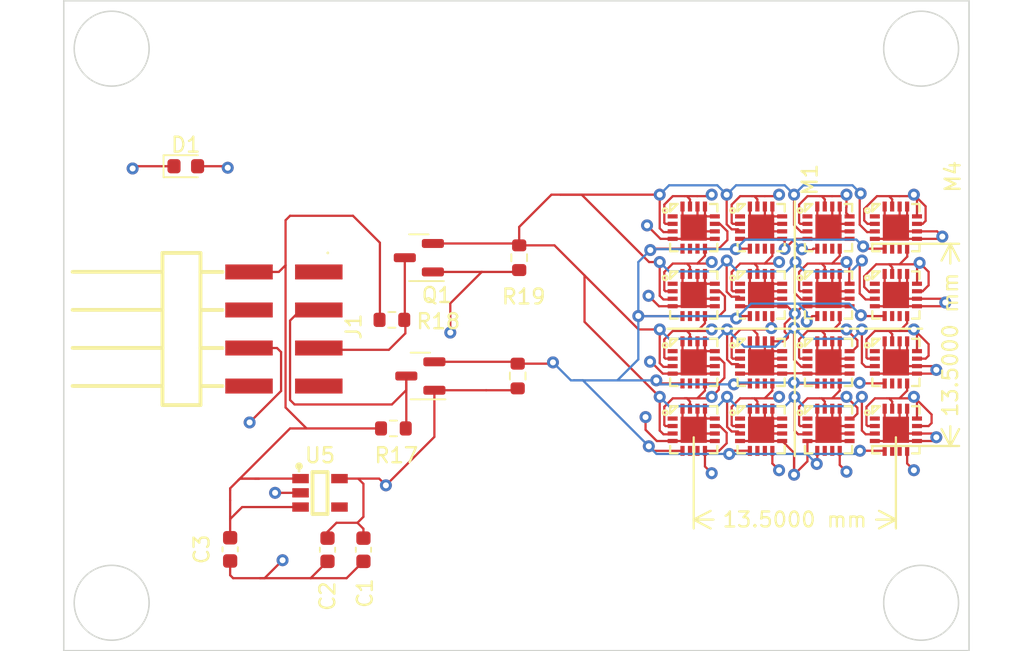
<source format=kicad_pcb>
(kicad_pcb (version 20221018) (generator pcbnew)
  (layers (0 "F.Cu" signal) (1 "In1.Cu" power "GND") (2 "In2.Cu" power "3V") (31 "B.Cu" signal) (34 "B.Paste" user) (35 "F.Paste" user) (36 "B.SilkS" user "B.Silkscreen") (37 "F.SilkS" user "F.Silkscreen") (38 "B.Mask" user) (39 "F.Mask" user) (44 "Edge.Cuts" user))
  (net 0 "")
  (net 1 "+3.3V")
  (net 2 "GND")
  (net 3 "VCC")
  (net 4 "SCL")
  (net 5 "SDA")
  (net 6 "SCL_3V")
  (net 7 "SDA_3V")
  (footprint "Resistor_SMD:R_0603_1608Metric" (layer "F.Cu") (at 154.061689 115.858415 90)
    (fp_text reference "R20" hide)
    (fp_text value "10k" hide)
  )
  (footprint "JLCPCB:QFN-16_L3.0-W3.0-P0.50-BL-EP1.7" (layer "F.Cu") (at 179.316689 119.448415 -90)
    (fp_text reference "M16" hide)
    (fp_text value "~")
  )
  (footprint "JLCPCB:SOT-25-5_L2.9-W1.6-P0.95-LS2.8-BL" (layer "F.Cu") (at 140.861689 123.658415 -90)
    (fp_text reference "U5")
    (fp_text value "AP2112K-3.3")
  )
  (footprint "JLCPCB:HDR-SMD_8P-P2.54-H-M-R2-C4_2" (layer "F.Cu") (at 138.451689 112.718415 -90)
    (fp_text reference "J1")
    (fp_text value "Conn_02x04_Odd_Even")
  )
  (footprint "Package_TO_SOT_SMD:SOT-23" (layer "F.Cu") (at 147.561689 115.858415 180)
    (fp_text reference "Q2" hide)
    (fp_text value "BSS138" hide)
  )
  (footprint "Capacitor_SMD:C_0603_1608Metric" (layer "F.Cu") (at 134.861689 127.433415 -90)
    (fp_text reference "C3")
    (fp_text value "10uF" hide)
  )
  (footprint "JLCPCB:QFN-16_L3.0-W3.0-P0.50-BL-EP1.7" (layer "F.Cu") (at 179.316689 110.448415 -90)
    (fp_text reference "M8" hide)
    (fp_text value "~")
  )
  (footprint "JLCPCB:QFN-16_L3.0-W3.0-P0.50-BL-EP1.7" (layer "F.Cu") (at 174.816689 114.948415 -90)
    (fp_text reference "M11" hide)
    (fp_text value "~")
  )
  (footprint "JLCPCB:QFN-16_L3.0-W3.0-P0.50-BL-EP1.7" (layer "F.Cu") (at 170.316689 105.948415 -90)
    (fp_text reference "M1")
    (fp_text value "~")
  )
  (footprint "JLCPCB:QFN-16_L3.0-W3.0-P0.50-BL-EP1.7" (layer "F.Cu") (at 174.816689 105.948415 -90)
    (fp_text reference "M2" hide)
    (fp_text value "~")
  )
  (footprint "Resistor_SMD:R_0603_1608Metric" (layer "F.Cu") (at 154.161689 107.958415 90)
    (fp_text reference "R19")
    (fp_text value "10k" hide)
  )
  (footprint "JLCPCB:QFN-16_L3.0-W3.0-P0.50-BL-EP1.7" (layer "F.Cu") (at 165.816689 114.948415 -90)
    (fp_text reference "M9" hide)
    (fp_text value "~")
  )
  (footprint "JLCPCB:QFN-16_L3.0-W3.0-P0.50-BL-EP1.7" (layer "F.Cu") (at 170.316689 114.948415 -90)
    (fp_text reference "M10" hide)
    (fp_text value "~")
  )
  (footprint "Package_TO_SOT_SMD:SOT-23" (layer "F.Cu") (at 147.461689 107.958415 180)
    (fp_text reference "Q1")
    (fp_text value "BSS138" hide)
  )
  (footprint "LED_SMD:LED_0603_1608Metric" (layer "F.Cu") (at 131.9 101.85)
    (fp_text reference "D1")
    (fp_text value "LED")
  )
  (footprint "JLCPCB:QFN-16_L3.0-W3.0-P0.50-BL-EP1.7" (layer "F.Cu") (at 179.316689 105.948415 -90)
    (fp_text reference "M4")
    (fp_text value "~")
  )
  (footprint "Resistor_SMD:R_0603_1608Metric" (layer "F.Cu") (at 145.661689 112.108415)
    (fp_text reference "R18")
    (fp_text value "10k" hide)
  )
  (footprint "JLCPCB:QFN-16_L3.0-W3.0-P0.50-BL-EP1.7" (layer "F.Cu") (at 174.816689 119.448415 -90)
    (fp_text reference "M15" hide)
    (fp_text value "~")
  )
  (footprint "Capacitor_SMD:C_0603_1608Metric" (layer "F.Cu") (at 143.761689 127.458415 -90)
    (fp_text reference "C1")
    (fp_text value "10uF" hide)
  )
  (footprint "Capacitor_SMD:C_0603_1608Metric" (layer "F.Cu") (at 141.361689 127.458415 -90)
    (fp_text reference "C2")
    (fp_text value "0.1uF" hide)
  )
  (footprint "JLCPCB:QFN-16_L3.0-W3.0-P0.50-BL-EP1.7" (layer "F.Cu") (at 170.316689 119.448415 -90)
    (fp_text reference "M14" hide)
    (fp_text value "~")
  )
  (footprint "Resistor_SMD:R_0603_1608Metric" (layer "F.Cu") (at 145.761689 119.358415)
    (fp_text reference "R17")
    (fp_text value "10k" hide)
  )
  (footprint "JLCPCB:QFN-16_L3.0-W3.0-P0.50-BL-EP1.7" (layer "F.Cu") (at 179.316689 114.948415 -90)
    (fp_text reference "M12" hide)
    (fp_text value "~")
  )
  (footprint "JLCPCB:QFN-16_L3.0-W3.0-P0.50-BL-EP1.7" (layer "F.Cu") (at 165.816689 119.448415 -90)
    (fp_text reference "M13" hide)
    (fp_text value "~")
  )
  (footprint "JLCPCB:QFN-16_L3.0-W3.0-P0.50-BL-EP1.7" (layer "F.Cu") (at 174.816689 110.448415 -90)
    (fp_text reference "M7" hide)
    (fp_text value "~")
  )
  (footprint "JLCPCB:QFN-16_L3.0-W3.0-P0.50-BL-EP1.7" (layer "F.Cu") (at 165.816689 110.448415 -90)
    (fp_text reference "M5" hide)
    (fp_text value "~")
  )
  (footprint "JLCPCB:QFN-16_L3.0-W3.0-P0.50-BL-EP1.7" (layer "F.Cu") (at 165.816689 105.948415 -90)
    (fp_text reference "M3" hide)
    (fp_text value "~")
  )
  (footprint "JLCPCB:QFN-16_L3.0-W3.0-P0.50-BL-EP1.7" (layer "F.Cu") (at 170.316689 110.448415 -90)
    (fp_text reference "M6" hide)
    (fp_text value "~")
  )
  (gr_rect (start 123.75 90.8) (end 184.2 134.2) (stroke (width 0.1)) (fill none) (layer "Edge.Cuts"))
  (gr_circle (center 126.95 94) (end 129.45 94) (stroke (width 0.1)) (fill none) (layer "Edge.Cuts"))
  (gr_circle (center 181 131) (end 183.5 131) (stroke (width 0.1)) (fill none) (layer "Edge.Cuts"))
  (gr_circle (center 126.95 131) (end 129.45 131) (stroke (width 0.1)) (fill none) (layer "Edge.Cuts"))
  (gr_circle (center 181 94) (end 183.5 94) (stroke (width 0.1)) (fill none) (layer "Edge.Cuts"))
  (dimension (type aligned) (layer "F.SilkS") (pts (xy 177.200064 107.028676) (xy 177.200064 120.528676)) (height -5.75) (gr_text "13.5000 mm" (at 182.950064 113.778676 90) (layer "F.SilkS") (effects (font (size 1 1) (thickness 0.15)))) (format (prefix "") (suffix "") (units 3) (units_format 1) (precision 4)) (style (thickness 0.15) (arrow_length 1.27) (text_position_mode 1) (extension_height 0.58642) (extension_offset 0.5) keep_text_aligned))
  (dimension (type aligned) (layer "F.SilkS") (pts (xy 165.816689 119.448415) (xy 179.316689 119.448415)) (height 6) (gr_text "13.5000 mm" (at 172.566689 125.448415) (layer "F.SilkS") (effects (font (size 1 1) (thickness 0.15)))) (format (prefix "") (suffix "") (units 3) (units_format 1) (precision 4)) (style (thickness 0.15) (arrow_length 1.27) (text_position_mode 1) (extension_height 0.58642) (extension_offset 0.5) keep_text_aligned))
  (dimension locked (type center) (layer "F.SilkS") (pts (xy 172.566689 112.698415) (xy 181.066689 112.698415)) (style (thickness 0.15) (arrow_length 1.27) (text_position_mode 0) (extension_offset 0.5) keep_text_aligned))
  (segment (start 165.356669 112.848415) (end 165.566753 113.058499) (width 0.15) (layer "F.Cu") (net 1))
  (segment (start 176 104.974245) (end 176 104.6) (width 0.15) (layer "F.Cu") (net 1))
  (segment (start 180.07417 107.888267) (end 180.07417 107.405768) (width 0.15) (layer "F.Cu") (net 1))
  (segment (start 176 104.6) (end 176.016689 104.583311) (width 0.15) (layer "F.Cu") (net 1))
  (segment (start 167.489257 116.775847) (end 167.016689 117.248415) (width 0.15) (layer "F.Cu") (net 1))
  (segment (start 179.066753 113.058499) (end 179.066753 113.540998) (width 0.15) (layer "F.Cu") (net 1))
  (segment (start 171.066753 120.655832) (end 171.066753 121.698479) (width 0.15) (layer "F.Cu") (net 1))
  (segment (start 173.409272 114.698479) (end 172.926773 114.698479) (width 0.15) (layer "F.Cu") (net 1))
  (segment (start 180.724106 118.698351) (end 180.724106 117.455832) (width 0.15) (layer "F.Cu") (net 1))
  (segment (start 168.351773 117.913331) (end 168.916689 117.348415) (width 0.15) (layer "F.Cu") (net 1))
  (segment (start 166.566753 116.838331) (end 166.566753 116.355832) (width 0.15) (layer "F.Cu") (net 1))
  (segment (start 165.356669 103.848415) (end 165.566753 104.058499) (width 0.15) (layer "F.Cu") (net 1))
  (segment (start 174.216689 108.348415) (end 175.056669 108.348415) (width 0.15) (layer "F.Cu") (net 1))
  (segment (start 180.724106 117.455832) (end 180.516689 117.248415) (width 0.15) (layer "F.Cu") (net 1))
  (segment (start 143.411689 122.708415) (end 144.811689 122.708415) (width 0.15) (layer "F.Cu") (net 1))
  (segment (start 180.724106 103.955832) (end 180.516689 103.748415) (width 0.15) (layer "F.Cu") (net 1))
  (segment (start 166.916689 117.348415) (end 167.016689 117.248415) (width 0.15) (layer "F.Cu") (net 1))
  (segment (start 176.150064 109.599936) (end 176.2 109.55) (width 0.15) (layer "F.Cu") (net 1))
  (segment (start 168.909272 105.698479) (end 168.426773 105.698479) (width 0.15) (layer "F.Cu") (net 1))
  (segment (start 163.851773 113.413331) (end 164.416689 112.848415) (width 0.15) (layer "F.Cu") (net 1))
  (segment (start 172.926773 119.198479) (end 172.851773 119.123479) (width 0.15) (layer "F.Cu") (net 1))
  (segment (start 167.489257 116.355832) (end 166.566753 116.355832) (width 0.15) (layer "F.Cu") (net 1))
  (segment (start 172.926773 114.698479) (end 172.851773 114.623479) (width 0.15) (layer "F.Cu") (net 1))
  (segment (start 170.998471 112.406613) (end 171.066753 112.338331) (width 0.15) (layer "F.Cu") (net 1))
  (segment (start 181.301521 114.698479) (end 181.5 114.5) (width 0.15) (layer "F.Cu") (net 1))
  (segment (start 177.2 105.471706) (end 177.2 104.7) (width 0.15) (layer "F.Cu") (net 1))
  (segment (start 174.216689 112.848415) (end 175.056669 112.848415) (width 0.15) (layer "F.Cu") (net 1))
  (segment (start 169.856669 103.848415) (end 170.066753 104.058499) (width 0.15) (layer "F.Cu") (net 1))
  (segment (start 166.056669 112.848415) (end 166.916689 112.848415) (width 0.15) (layer "F.Cu") (net 1))
  (segment (start 171.066753 112.338331) (end 171.066753 111.855832) (width 0.15) (layer "F.Cu") (net 1))
  (segment (start 181.101521 105.698479) (end 181.3 105.5) (width 0.15) (layer "F.Cu") (net 1))
  (segment (start 178.716689 117.348415) (end 179.556669 117.348415) (width 0.15) (layer "F.Cu") (net 1))
  (segment (start 179.556669 112.848415) (end 180.066753 112.338331) (width 0.15) (layer "F.Cu") (net 1))
  (segment (start 168.016689 119.652664) (end 167.562504 119.198479) (width 0.15) (layer "F.Cu") (net 1))
  (segment (start 178.001649 108.398351) (end 179.564086 108.398351) (width 0.15) (layer "F.Cu") (net 1))
  (segment (start 170.909053 112.748415) (end 169.756669 112.748415) (width 0.15) (layer "F.Cu") (net 1))
  (segment (start 170.066753 108.558499) (end 170.066753 109.040998) (width 0.15) (layer "F.Cu") (net 1))
  (segment (start 181.5 108.9) (end 181.5 109.8) (width 0.15) (layer "F.Cu") (net 1))
  (segment (start 170.556669 103.848415) (end 171.416689 103.848415) (width 0.15) (layer "F.Cu") (net 1))
  (segment (start 165.216689 117.348415) (end 166.056669 117.348415) (width 0.15) (layer "F.Cu") (net 1))
  (segment (start 179.066753 104.058499) (end 179.066753 104.540998) (width 0.15) (layer "F.Cu") (net 1))
  (segment (start 176.016689 104.583311) (end 176.016689 103.748415) (width 0.15) (layer "F.Cu") (net 1))
  (segment (start 141.999189 122.708415) (end 143.411689 122.708415) (width 0.15) (layer "F.Cu") (net 1))
  (segment (start 180.9 108.3) (end 181.5 108.9) (width 0.15) (layer "F.Cu") (net 1))
  (segment (start 163.926773 110.198479) (end 163.851773 110.123479) (width 0.15) (layer "F.Cu") (net 1))
  (segment (start 175.566753 116.838331) (end 175.566753 116.355832) (width 0.15) (layer "F.Cu") (net 1))
  (segment (start 173.409272 105.698479) (end 172.926773 105.698479) (width 0.15) (layer "F.Cu") (net 1))
  (segment (start 177.351773 113.413331) (end 177.916689 112.848415) (width 0.15) (layer "F.Cu") (net 1))
  (segment (start 167.864565 115.00054) (end 167.864565 115.980524) (width 0.15) (layer "F.Cu") (net 1))
  (segment (start 164.409272 105.698479) (end 163.926773 105.698479) (width 0.15) (layer "F.Cu") (net 1))
  (segment (start 165.566753 104.058499) (end 165.566753 104.540998) (width 0.15) (layer "F.Cu") (net 1))
  (segment (start 167.509272 120.855832) (end 168.016689 120.348415) (width 0.15) (layer "F.Cu") (net 1))
  (segment (start 179.564086 108.398351) (end 180.801649 108.398351) (width 0.15) (layer "F.Cu") (net 1))
  (segment (start 165.216689 112.848415) (end 166.056669 112.848415) (width 0.15) (layer "F.Cu") (net 1))
  (segment (start 175.056669 112.848415) (end 175.566753 112.338331) (width 0.15) (layer "F.Cu") (net 1))
  (segment (start 178.716689 112.848415) (end 179.556669 112.848415) (width 0.15) (layer "F.Cu") (net 1))
  (segment (start 169.856669 117.348415) (end 170.066753 117.558499) (width 0.15) (layer "F.Cu") (net 1))
  (segment (start 171.066753 107.838331) (end 171.066753 107.355832) (width 0.15) (layer "F.Cu") (net 1))
  (segment (start 141.961689 125.658415) (end 141.361689 126.258415) (width 0.15) (layer "F.Cu") (net 1))
  (segment (start 166.056669 108.348415) (end 166.916689 108.348415) (width 0.15) (layer "F.Cu") (net 1))
  (segment (start 166.056669 112.848415) (end 166.566753 112.338331) (width 0.15) (layer "F.Cu") (net 1))
  (segment (start 179.556669 117.348415) (end 180.066753 116.838331) (width 0.15) (layer "F.Cu") (net 1))
  (segment (start 177.426773 119.198479) (end 177.351773 119.123479) (width 0.15) (layer "F.Cu") (net 1))
  (segment (start 177.426773 105.698479) (end 177.2 105.471706) (width 0.15) (layer "F.Cu") (net 1))
  (segment (start 167.864565 115.980524) (end 167.489257 116.355832) (width 0.15) (layer "F.Cu") (net 1))
  (segment (start 167.489257 116.355832) (end 167.489257 116.775847) (width 0.15) (layer "F.Cu") (net 1))
  (segment (start 176.745429 113.477155) (end 176.016689 112.748415) (width 0.15) (layer "F.Cu") (net 1))
  (segment (start 176.745429 118.369522) (end 176.745429 117.977155) (width 0.15) (layer "F.Cu") (net 1))
  (segment (start 168.909272 110.198479) (end 168.426773 110.198479) (width 0.15) (layer "F.Cu") (net 1))
  (segment (start 180.066753 116.838331) (end 180.066753 116.355832) (width 0.15) (layer "F.Cu") (net 1))
  (segment (start 168.351773 108.913331) (end 168.916689 108.348415) (width 0.15) (layer "F.Cu") (net 1))
  (segment (start 174.566753 104.058499) (end 174.566753 104.540998) (width 0.15) (layer "F.Cu") (net 1))
  (segment (start 168.351773 113.325955) (end 168.916689 112.761039) (width 0.15) (layer "F.Cu") (net 1))
  (segment (start 143.761689 125.258415) (end 143.361689 125.658415) (width 0.15) (layer "F.Cu") (net 1))
  (segment (start 174.356669 117.348415) (end 174.566753 117.558499) (width 0.15) (layer "F.Cu") (net 1))
  (segment (start 168.351773 110.123479) (end 168.351773 108.913331) (width 0.15) (layer "F.Cu") (net 1))
  (segment (start 172.851773 110.123479) (end 172.851773 108.913331) (width 0.15) (layer "F.Cu") (net 1))
  (segment (start 165.216689 103.848415) (end 166.056669 103.848415) (width 0.15) (layer "F.Cu") (net 1))
  (segment (start 178.051585 103.848415) (end 179.556669 103.848415) (width 0.15) (layer "F.Cu") (net 1))
  (segment (start 173.409272 110.198479) (end 172.926773 110.198479) (width 0.15) (layer "F.Cu") (net 1))
  (segment (start 174.566753 117.558499) (end 174.566753 118.040998) (width 0.15) (layer "F.Cu") (net 1))
  (segment (start 178.856669 117.348415) (end 179.066753 117.558499) (width 0.15) (layer "F.Cu") (net 1))
  (segment (start 168.064565 106.20054) (end 168.064565 106.780524) (width 0.15) (layer "F.Cu") (net 1))
  (segment (start 173.409272 119.198479) (end 172.926773 119.198479) (width 0.15) (layer "F.Cu") (net 1))
  (segment (start 151.961689 116.808415) (end 153.936689 116.808415) (width 0.15) (layer "F.Cu") (net 1))
  (segment (start 181.7 119) (end 181.7 118.431726) (width 0.15) (layer "F.Cu") (net 1))
  (segment (start 179.556669 112.848415) (end 180.416689 112.848415) (width 0.15) (layer "F.Cu") (net 1))
  (segment (start 174.216689 103.848415) (end 175.056669 103.848415) (width 0.15) (layer "F.Cu") (net 1))
  (segment (start 170.556669 108.348415) (end 171.066753 107.838331) (width 0.15) (layer "F.Cu") (net 1))
  (segment (start 163.851773 105.623479) (end 163.851773 104.413331) (width 0.15) (layer "F.Cu") (net 1))
  (segment (start 173.416689 108.348415) (end 174.216689 108.348415) (width 0.15) (layer "F.Cu") (net 1))
  (segment (start 168.351773 114.623479) (end 168.351773 113.325955) (width 0.15) (layer "F.Cu") (net 1))
  (segment (start 179.066753 117.558499) (end 179.066753 118.040998) (width 0.15) (layer "F.Cu") (net 1))
  (segment (start 143.361689 125.658415) (end 143.761689 126.058415) (width 0.15) (layer "F.Cu") (net 1))
  (segment (start 165.216689 108.348415) (end 166.056669 108.348415) (width 0.15) (layer "F.Cu") (net 1))
  (segment (start 171.066753 116.838331) (end 171.066753 116.355832) (width 0.15) (layer "F.Cu") (net 1))
  (segment (start 149.561689 111.008415) (end 149.561689 112.958415) (width 0.15) (layer "F.Cu") (net 1))
  (segment (start 176.745429 117.977155) (end 176.016689 117.248415) (width 0.15) (layer "F.Cu") (net 1))
  (segment (start 143.761689 126.058415) (end 143.761689 126.683415) (width 0.15) (layer "F.Cu") (net 1))
  (segment (start 180.724106 119.198479) (end 181.501521 119.198479) (width 0.15) (layer "F.Cu") (net 1))
  (segment (start 172.851773 114.623479) (end 172.851773 113.413331) (width 0.15) (layer "F.Cu") (net 1))
  (segment (start 168.064565 106.780524) (end 167.489257 107.355832) (width 0.15) (layer "F.Cu") (net 1))
  (segment (start 164.409272 119.198479) (end 163.926773 119.198479) (width 0.15) (layer "F.Cu") (net 1))
  (segment (start 170.998471 112.658997) (end 170.998471 112.406613) (width 0.15) (layer "F.Cu") (net 1))
  (segment (start 180.066753 121.698479) (end 180.516689 122.148415) (width 0.15) (layer "F.Cu") (net 1))
  (segment (start 164.416689 103.848415) (end 165.216689 103.848415) (width 0.15) (layer "F.Cu") (net 1))
  (segment (start 176.4166 118.698351) (end 176.745429 118.369522) (width 0.15) (layer "F.Cu") (net 1))
  (segment (start 164.416689 112.848415) (end 165.216689 112.848415) (width 0.15) (layer "F.Cu") (net 1))
  (segment (start 167.562504 110.198479) (end 167.9 110.535975) (width 0.15) (layer "F.Cu") (net 1))
  (segment (start 174.356669 108.348415) (end 174.566753 108.558499) (width 0.15) (layer "F.Cu") (net 1))
  (segment (start 172.851773 113.413331) (end 173.416689 112.848415) (width 0.15) (layer "F.Cu") (net 1))
  (segment (start 173.416689 117.348415) (end 174.216689 117.348415) (width 0.15) (layer "F.Cu") (net 1))
  (segment (start 175.566753 121.798479) (end 176.016689 122.248415) (width 0.15) (layer "F.Cu") (net 1))
  (segment (start 174.356669 112.848415) (end 174.566753 113.058499) (width 0.15) (layer "F.Cu") (net 1))
  (segment (start 174.566753 113.058499) (end 174.566753 113.540998) (width 0.15) (layer "F.Cu") (net 1))
  (segment (start 164.409272 110.198479) (end 163.926773 110.198479) (width 0.15) (layer "F.Cu") (net 1))
  (segment (start 172.926773 105.698479) (end 172.851773 105.623479) (width 0.15) (layer "F.Cu") (net 1))
  (segment (start 143.761689 123.058415) (end 143.761689 125.258415) (width 0.15) (layer "F.Cu") (net 1))
  (segment (start 166.566753 112.338331) (end 166.566753 111.855832) (width 0.15) (layer "F.Cu") (net 1))
  (segment (start 174.566753 108.558499) (end 174.566753 109.040998) (width 0.15) (layer "F.Cu") (net 1))
  (segment (start 168.351773 104.413331) (end 168.916689 103.848415) (width 0.15) (layer "F.Cu") (net 1))
  (segment (start 163.851773 117.913331) (end 164.416689 117.348415) (width 0.15) (layer "F.Cu") (net 1))
  (segment (start 171.066753 121.698479) (end 171.516689 122.148415) (width 0.15) (layer "F.Cu") (net 1))
  (segment (start 181.5 114.5) (end 181.5 113.731726) (width 0.15) (layer "F.Cu") (net 1))
  (segment (start 178.864086 108.398351) (end 179.07417 108.608435) (width 0.15) (layer "F.Cu") (net 1))
  (segment (start 177.916689 110.248415) (end 177.536832 110.248415) (width 0.15) (layer "F.Cu") (net 1))
  (segment (start 168.916689 103.848415) (end 169.716689 103.848415) (width 0.15) (layer "F.Cu") (net 1))
  (segment (start 180.724106 105.198351) (end 180.724106 103.955832) (width 0.15) (layer "F.Cu") (net 1))
  (segment (start 168.426773 105.698479) (end 168.351773 105.623479) (width 0.15) (layer "F.Cu") (net 1))
  (segment (start 166.566753 121.898479) (end 167.016689 122.348415) (width 0.15) (layer "F.Cu") (net 1))
  (segment (start 175.056669 103.848415) (end 175.916689 103.848415) (width 0.15) (layer "F.Cu") (net 1))
  (segment (start 163.926773 119.198479) (end 163.851773 119.123479) (width 0.15) (layer "F.Cu") (net 1))
  (segment (start 180.066753 112.338331) (end 180.066753 111.855832) (width 0.15) (layer "F.Cu") (net 1))
  (segment (start 166.566753 107.838331) (end 166.566753 107.355832) (width 0.15) (layer "F.Cu") (net 1))
  (segment (start 151.661689 108.908415) (end 149.561689 111.008415) (width 0.15) (layer "F.Cu") (net 1))
  (segment (start 177.909272 105.698479) (end 177.426773 105.698479) (width 0.15) (layer "F.Cu") (net 1))
  (segment (start 144.811689 122.708415) (end 145.261689 123.158415) (width 0.15) (layer "F.Cu") (net 1))
  (segment (start 165.566753 108.558499) (end 165.566753 109.040998) (width 0.15) (layer "F.Cu") (net 1))
  (segment (start 148.499189 119.920915) (end 148.499189 116.808415) (width 0.15) (layer "F.Cu") (net 1))
  (segment (start 175.566753 112.338331) (end 175.566753 111.855832) (width 0.15) (layer "F.Cu") (net 1))
  (segment (start 181.3 105.5) (end 181.3 104.531726) (width 0.15) (layer "F.Cu") (net 1))
  (segment (start 163.926773 105.698479) (end 163.851773 105.623479) (width 0.15) (layer "F.Cu") (net 1))
  (segment (start 169.716689 117.348415) (end 170.556669 117.348415) (width 0.15) (layer "F.Cu") (net 1))
  (segment (start 175.056669 112.848415) (end 175.916689 112.848415) (width 0.15) (layer "F.Cu") (net 1))
  (segment (start 163.851773 114.623479) (end 163.851773 113.413331) (width 0.15) (layer "F.Cu") (net 1))
  (segment (start 179.564086 108.398351) (end 180.07417 107.888267) (width 0.15) (layer "F.Cu") (net 1))
  (segment (start 178.856669 103.848415) (end 179.066753 104.058499) (width 0.15) (layer "F.Cu") (net 1))
  (segment (start 170.998471 112.658997) (end 170.909053 112.748415) (width 0.15) (layer "F.Cu") (net 1))
  (segment (start 177.2 109.2) (end 178.001649 108.398351) (width 0.15) (layer "F.Cu") (net 1))
  (segment (start 177.2 104.7) (end 178.051585 103.848415) (width 0.15) (layer "F.Cu") (net 1))
  (segment (start 167.562504 119.198479) (end 167.224106 119.198479) (width 0.15) (layer "F.Cu") (net 1))
  (segment (start 164.416689 117.348415) (end 165.216689 117.348415) (width 0.15) (layer "F.Cu") (net 1))
  (segment (start 167.224106 110.198479) (end 167.562504 110.198479) (width 0.15) (layer "F.Cu") (net 1))
  (segment (start 168.916689 112.761039) (end 168.916689 112.748415) (width 0.15) (layer "F.Cu") (net 1))
  (segment (start 172.851773 117.913331) (end 173.416689 117.348415) (width 0.15) (layer "F.Cu") (net 1))
  (segment (start 169.716689 103.848415) (end 170.556669 103.848415) (width 0.15) (layer "F.Cu") (net 1))
  (segment (start 167.562504 114.698479) (end 167.864565 115.00054) (width 0.15) (layer "F.Cu") (net 1))
  (segment (start 177.916689 117.348415) (end 178.716689 117.348415) (width 0.15) (layer "F.Cu") (net 1))
  (segment (start 176.745429 113.869522) (end 176.745429 113.477155) (width 0.15) (layer "F.Cu") (net 1))
  (segment (start 168.909272 119.198479) (end 168.426773 119.198479) (width 0.15) (layer "F.Cu") (net 1))
  (segment (start 167.489257 107.355832) (end 166.566753 107.355832) (width 0.15) (layer "F.Cu") (net 1))
  (segment (start 168.909272 114.698479) (end 168.426773 114.698479) (width 0.15) (layer "F.Cu") (net 1))
  (segment (start 168.351773 119.123479) (end 168.351773 117.913331) (width 0.15) (layer "F.Cu") (net 1))
  (segment (start 166.566753 120.855832) (end 167.509272 120.855832) (width 0.15) (layer "F.Cu") (net 1))
  (segment (start 165.356669 108.348415) (end 165.566753 108.558499) (width 0.15) (layer "F.Cu") (net 1))
  (segment (start 175.056669 108.348415) (end 175.916689 108.348415) (width 0.15) (layer "F.Cu") (net 1))
  (segment (start 180.9 108.3) (end 180.731523 108.468477) (width 0.15) (layer "F.Cu") (net 1))
  (segment (start 181.101521 110.198479) (end 180.724106 110.198479) (width 0.15) (layer "F.Cu") (net 1))
  (segment (start 168.016689 120.348415) (end 168.016689 119.652664) (width 0.15) (layer "F.Cu") (net 1))
  (segment (start 176.2 108.431726) (end 176.016689 108.248415) (width 0.15) (layer "F.Cu") (net 1))
  (segment (start 167.562504 105.698479) (end 168.064565 106.20054) (width 0.15) (layer "F.Cu") (net 1))
  (segment (start 154.036689 108.908415) (end 154.161689 108.783415) (width 0.15) (layer "F.Cu") (net 1))
  (segment (start 163.926773 114.698479) (end 163.851773 114.623479) (width 0.15) (layer "F.Cu") (net 1))
  (segment (start 175.056669 108.348415) (end 175.566753 107.838331) (width 0.15) (layer "F.Cu") (net 1))
  (segment (start 180.724106 114.198351) (end 180.724106 112.955832) (width 0.15) (layer "F.Cu") (net 1))
  (segment (start 180.724106 114.698479) (end 181.301521 114.698479) (width 0.15) (layer "F.Cu") (net 1))
  (segment (start 143.361689 125.658415) (end 141.961689 125.658415) (width 0.15) (layer "F.Cu") (net 1))
  (segment (start 163.851773 108.913331) (end 164.416689 108.348415) (width 0.15) (layer "F.Cu") (net 1))
  (segment (start 168.916689 108.348415) (end 169.716689 108.348415) (width 0.15) (layer "F.Cu") (net 1))
  (segment (start 170.556669 117.348415) (end 171.066753 116.838331) (width 0.15) (layer "F.Cu") (net 1))
  (segment (start 164.416689 108.348415) (end 165.216689 108.348415) (width 0.15) (layer "F.Cu") (net 1))
  (segment (start 181.7 118.431726) (end 180.516689 117.248415) (width 0.15) (layer "F.Cu") (net 1))
  (segment (start 166.056669 103.848415) (end 166.916689 103.848415) (width 0.15) (layer "F.Cu") (net 1))
  (segment (start 177.909272 114.698479) (end 177.426773 114.698479) (width 0.15) (layer "F.Cu") (net 1))
  (segment (start 181.501521 119.198479) (end 181.7 119) (width 0.15) (layer "F.Cu") (net 1))
  (segment (start 172.851773 105.623479) (end 172.851773 104.413331) (width 0.15) (layer "F.Cu") (net 1))
  (segment (start 148.499189 116.808415) (end 151.961689 116.808415) (width 0.15) (layer "F.Cu") (net 1))
  (segment (start 167.9 110.535975) (end 167.9 111.464005) (width 0.15) (layer "F.Cu") (net 1))
  (segment (start 141.361689 126.258415) (end 141.361689 126.683415) (width 0.15) (layer "F.Cu") (net 1))
  (segment (start 168.426773 119.198479) (end 168.351773 119.123479) (width 0.15) (layer "F.Cu") (net 1))
  (segment (start 177.351773 119.123479) (end 177.351773 117.913331) (width 0.15) (layer "F.Cu") (net 1))
  (segment (start 167.508173 111.855832) (end 166.566753 111.855832) (width 0.15) (layer "F.Cu") (net 1))
  (segment (start 166.056669 117.348415) (end 166.916689 117.348415) (width 0.15) (layer "F.Cu") (net 1))
  (segment (start 170.066753 113.058499) (end 170.066753 113.540998) (width 0.15) (layer "F.Cu") (net 1))
  (segment (start 165.356669 117.348415) (end 165.566753 117.558499) (width 0.15) (layer "F.Cu") (net 1))
  (segment (start 180.066753 120.655832) (end 180.066753 121.698479) (width 0.15) (layer "F.Cu") (net 1))
  (segment (start 168.426773 110.198479) (end 168.351773 110.123479) (width 0.15) (layer "F.Cu") (net 1))
  (segment (start 165.566753 117.558499) (end 165.566753 118.040998) (width 0.15) (layer "F.Cu") (net 1))
  (segment (start 178.856669 112.848415) (end 179.066753 113.058499) (width 0.15) (layer "F.Cu") (net 1))
  (segment (start 180.724106 112.955832) (end 180.516689 112.748415) (width 0.15) (layer "F.Cu") (net 1))
  (segment (start 175.566753 120.755832) (end 175.566753 121.798479) (width 0.15) (layer "F.Cu") (net 1))
  (segment (start 175.566753 107.838331) (end 175.566753 107.355832) (width 0.15) (layer "F.Cu") (net 1))
  (segment (start 165.566753 113.058499) (end 165.566753 113.540998) (width 0.15) (layer "F.Cu") (net 1))
  (segment (start 179.07417 108.608435) (end 179.07417 109.090934) (width 0.15) (layer "F.Cu") (net 1))
  (segment (start 168.351773 105.623479) (end 168.351773 104.413331) (width 0.15) (layer "F.Cu") (net 1))
  (segment (start 163.851773 119.123479) (end 163.851773 117.913331) (width 0.15) (layer "F.Cu") (net 1))
  (segment (start 177.916689 112.848415) (end 178.716689 112.848415) (width 0.15) (layer "F.Cu") (net 1))
  (segment (start 174.216689 117.348415) (end 175.056669 117.348415) (width 0.15) (layer "F.Cu") (net 1))
  (segment (start 166.056669 117.348415) (end 166.566753 116.838331) (width 0.15) (layer "F.Cu") (net 1))
  (segment (start 166.056669 108.348415) (end 166.566753 107.838331) (width 0.15) (layer "F.Cu") (net 1))
  (segment (start 145.261689 123.158415) (end 148.499189 119.920915) (width 0.15) (layer "F.Cu") (net 1))
  (segment (start 164.409272 114.698479) (end 163.926773 114.698479) (width 0.15) (layer "F.Cu") (net 1))
  (segment (start 176.224106 105.198351) (end 176 104.974245) (width 0.15) (layer "F.Cu") (net 1))
  (segment (start 179.556669 117.348415) (end 180.416689 117.348415) (width 0.15) (layer "F.Cu") (net 1))
  (segment (start 181.5 113.731726) (end 180.516689 112.748415) (width 0.15) (layer "F.Cu") (net 1))
  (segment (start 176.4166 114.198351) (end 176.745429 113.869522) (width 0.15) (layer "F.Cu") (net 1))
  (segment (start 180.801649 108.398351) (end 180.9 108.3) (width 0.15) (layer "F.Cu") (net 1))
  (segment (start 143.411689 122.708415) (end 143.761689 123.058415) (width 0.15) (layer "F.Cu") (net 1))
  (segment (start 170.066753 104.058499) (end 170.066753 104.540998) (width 0.15) (layer "F.Cu") (net 1))
  (segment (start 173.416689 112.848415) (end 174.216689 112.848415) (width 0.15) (layer "F.Cu") (net 1))
  (segment (start 169.856669 108.348415) (end 170.066753 108.558499) (width 0.15) (layer "F.Cu") (net 1))
  (segment (start 174.356669 103.848415) (end 174.566753 104.058499) (width 0.15) (layer "F.Cu") (net 1))
  (segment (start 177.351773 117.913331) (end 177.916689 117.348415) (width 0.15) (layer "F.Cu") (net 1))
  (segment (start 172.851773 119.123479) (end 172.851773 117.913331) (width 0.15) (layer "F.Cu") (net 1))
  (segment (start 177.536832 110.248415) (end 177.2 109.911583) (width 0.15) (layer "F.Cu") (net 1))
  (segment (start 179.556669 103.848415) (end 180.416689 103.848415) (width 0.15) (layer "F.Cu") (net 1))
  (segment (start 181.5 109.8) (end 181.101521 110.198479) (width 0.15) (layer "F.Cu") (net 1))
  (segment (start 172.851773 104.413331) (end 173.416689 103.848415) (width 0.15) (layer "F.Cu") (net 1))
  (segment (start 176.224106 118.698351) (end 176.4166 118.698351) (width 0.15) (layer "F.Cu") (net 1))
  (segment (start 167.9 111.464005) (end 167.508173 111.855832) (width 0.15) (layer "F.Cu") (net 1))
  (segment (start 177.426773 114.698479) (end 177.351773 114.623479) (width 0.15) (layer "F.Cu") (net 1))
  (segment (start 163.851773 110.123479) (end 163.851773 108.913331) (width 0.15) (layer "F.Cu") (net 1))
  (segment (start 180.724106 105.698479) (end 181.101521 105.698479) (width 0.15) (layer "F.Cu") (net 1))
  (segment (start 165.216689 117.348415) (end 165.356669 117.348415) (width 0.15) (layer "F.Cu") (net 1))
  (segment (start 128.5 101.85) (end 128.35 102) (width 0.15) (layer "F.Cu") (net 1))
  (segment (start 167.224106 114.698479) (end 167.562504 114.698479) (width 0.15) (layer "F.Cu") (net 1))
  (segment (start 153.936689 116.808415) (end 154.061689 116.683415) (width 0.15) (layer "F.Cu") (net 1))
  (segment (start 176.2 109.55) (end 176.2 108.431726) (width 0.15) (layer "F.Cu") (net 1))
  (segment (start 175.056669 117.348415) (end 175.566753 116.838331) (width 0.15) (layer "F.Cu") (net 1))
  (segment (start 167.224106 105.698479) (end 167.562504 105.698479) (width 0.15) (layer "F.Cu") (net 1))
  (segment (start 168.916689 112.748415) (end 169.756669 112.748415) (width 0.15) (layer "F.Cu") (net 1))
  (segment (start 172.851773 108.913331) (end 173.416689 108.348415) (width 0.15) (layer "F.Cu") (net 1))
  (segment (start 176.224106 114.198351) (end 176.4166 114.198351) (width 0.15) (layer "F.Cu") (net 1))
  (segment (start 177.351773 114.623479) (end 177.351773 113.413331) (width 0.15) (layer "F.Cu") (net 1))
  (segment (start 170.066753 117.558499) (end 170.066753 118.040998) (width 0.15) (layer "F.Cu") (net 1))
  (segment (start 170.556669 117.348415) (end 171.416689 117.348415) (width 0.15) (layer "F.Cu") (net 1))
  (segment (start 168.916689 117.348415) (end 169.716689 117.348415) (width 0.15) (layer "F.Cu") (net 1))
  (segment (start 170.556669 108.348415) (end 171.416689 108.348415) (width 0.15) (layer "F.Cu") (net 1))
  (segment (start 163.851773 104.413331) (end 164.416689 103.848415) (width 0.15) (layer "F.Cu") (net 1))
  (segment (start 166.566753 120.855832) (end 166.566753 121.898479) (width 0.15) (layer "F.Cu") (net 1))
  (segment (start 168.426773 114.698479) (end 168.351773 114.623479) (width 0.15) (layer "F.Cu") (net 1))
  (segment (start 175.056669 117.348415) (end 175.916689 117.348415) (width 0.15) (layer "F.Cu") (net 1))
  (segment (start 177.2 109.911583) (end 177.2 109.2) (width 0.15) (layer "F.Cu") (net 1))
  (segment (start 181.3 104.531726) (end 180.516689 103.748415) (width 0.15) (layer "F.Cu") (net 1))
  (segment (start 131.1125 101.85) (end 128.5 101.85) (width 0.15) (layer "F.Cu") (net 1))
  (segment (start 177.909272 119.198479) (end 177.426773 119.198479) (width 0.15) (layer "F.Cu") (net 1))
  (segment (start 148.399189 108.908415) (end 151.661689 108.908415) (width 0.15) (layer "F.Cu") (net 1))
  (segment (start 172.926773 110.198479) (end 172.851773 110.123479) (width 0.15) (layer "F.Cu") (net 1))
  (segment (start 173.416689 103.848415) (end 174.216689 103.848415) (width 0.15) (layer "F.Cu") (net 1))
  (segment (start 180.731523 108.468477) (end 180.731523 109.748287) (width 0.15) (layer "F.Cu") (net 1))
  (segment (start 169.716689 108.348415) (end 170.556669 108.348415) (width 0.15) (layer "F.Cu") (net 1))
  (segment (start 169.756669 112.748415) (end 170.066753 113.058499) (width 0.15) (layer "F.Cu") (net 1))
  (segment (start 151.661689 108.908415) (end 154.036689 108.908415) (width 0.15) (layer "F.Cu") (net 1))
  (via (at 180.9 108.3) (size 0.8) (drill 0.4) (layers "F.Cu" "B.Cu") (net 1))
  (via (at 145.261689 123.158415) (size 0.8) (drill 0.4) (layers "F.Cu" "B.Cu") (net 1))
  (via (at 176.016689 108.248415) (size 0.8) (drill 0.4) (layers "F.Cu" "B.Cu") (net 1))
  (via (at 167.016689 112.748415) (size 0.8) (drill 0.4) (layers "F.Cu" "B.Cu") (net 1))
  (via (at 167.016689 117.248415) (size 0.8) (drill 0.4) (layers "F.Cu" "B.Cu") (net 1))
  (via (at 149.561689 112.958415) (size 0.8) (drill 0.4) (layers "F.Cu" "B.Cu") (net 1))
  (via (at 167.016689 122.348415) (size 0.8) (drill 0.4) (layers "F.Cu" "B.Cu") (net 1))
  (via (at 176.016689 122.248415) (size 0.8) (drill 0.4) (layers "F.Cu" "B.Cu") (net 1))
  (via (at 167.016689 103.748415) (size 0.8) (drill 0.4) (layers "F.Cu" "B.Cu") (net 1))
  (via (at 171.516689 122.148415) (size 0.8) (drill 0.4) (layers "F.Cu" "B.Cu") (net 1))
  (via (at 167.016689 108.248415) (size 0.8) (drill 0.4) (layers "F.Cu" "B.Cu") (net 1))
  (via (at 176.016689 117.248415) (size 0.8) (drill 0.4) (layers "F.Cu" "B.Cu") (net 1))
  (via (at 180.516689 103.748415) (size 0.8) (drill 0.4) (layers "F.Cu" "B.Cu") (net 1))
  (via (at 180.516689 122.148415) (size 0.8) (drill 0.4) (layers "F.Cu" "B.Cu") (net 1))
  (via (at 176.016689 103.748415) (size 0.8) (drill 0.4) (layers "F.Cu" "B.Cu") (net 1))
  (via (at 171.516689 117.248415) (size 0.8) (drill 0.4) (layers "F.Cu" "B.Cu") (net 1))
  (via (at 180.516689 117.248415) (size 0.8) (drill 0.4) (layers "F.Cu" "B.Cu") (net 1))
  (via (at 171.516689 108.248415) (size 0.8) (drill 0.4) (layers "F.Cu" "B.Cu") (net 1))
  (via (at 180.516689 112.748415) (size 0.8) (drill 0.4) (layers "F.Cu" "B.Cu") (net 1))
  (via (at 128.35 102) (size 0.8) (drill 0.4) (layers "F.Cu" "B.Cu") (net 1))
  (via (at 171.516689 103.748415) (size 0.8) (drill 0.4) (layers "F.Cu" "B.Cu") (net 1))
  (via (at 176.016689 112.748415) (size 0.8) (drill 0.4) (layers "F.Cu" "B.Cu") (net 1))
  (via (at 170.998471 112.658997) (size 0.8) (drill 0.4) (layers "F.Cu" "B.Cu") (net 1))
  (segment (start 167.224106 109.698351) (end 166.566753 109.698351) (width 0.15) (layer "F.Cu") (net 2))
  (segment (start 179.566625 109.040998) (end 179.566625 110.198479) (width 0.15) (layer "F.Cu") (net 2))
  (segment (start 170.566625 106.198351) (end 170.316689 105.948415) (width 0.15) (layer "F.Cu") (net 2))
  (segment (start 178.566625 109.698351) (end 179.316689 110.448415) (width 0.15) (layer "F.Cu") (net 2))
  (segment (start 173.409272 115.698479) (end 174.066625 115.698479) (width 0.15) (layer "F.Cu") (net 2))
  (segment (start 175.066625 106.198351) (end 174.816689 105.948415) (width 0.15) (layer "F.Cu") (net 2))
  (segment (start 182.066625 106.198351) (end 182.416689 106.548415) (width 0.15) (layer "F.Cu") (net 2))
  (segment (start 174.066625 118.698351) (end 174.816689 119.448415) (width 0.15) (layer "F.Cu") (net 2))
  (segment (start 176.224106 119.198479) (end 175.066625 119.198479) (width 0.15) (layer "F.Cu") (net 2))
  (segment (start 175.066625 114.698479) (end 174.816689 114.948415) (width 0.15) (layer "F.Cu") (net 2))
  (segment (start 170.566625 119.198479) (end 170.316689 119.448415) (width 0.15) (layer "F.Cu") (net 2))
  (segment (start 162.6 118.6) (end 162.6 118.7) (width 0.15) (layer "F.Cu") (net 2))
  (segment (start 172.516689 122.448415) (end 172.516689 121.091062) (width 0.15) (layer "F.Cu") (net 2))
  (segment (start 176.224106 111.198479) (end 175.566753 111.198479) (width 0.15) (layer "F.Cu") (net 2))
  (segment (start 169.566625 109.040998) (end 169.566625 109.698351) (width 0.15) (layer "F.Cu") (net 2))
  (segment (start 171.066753 106.698479) (end 170.316689 105.948415) (width 0.15) (layer "F.Cu") (net 2))
  (segment (start 182.616689 111.048415) (end 182.466625 111.198479) (width 0.15) (layer "F.Cu") (net 2))
  (segment (start 181.866625 115.698479) (end 180.724106 115.698479) (width 0.15) (layer "F.Cu") (net 2))
  (segment (start 166.066625 114.698479) (end 165.816689 114.948415) (width 0.15) (layer "F.Cu") (net 2))
  (segment (start 171.724106 111.198479) (end 171.066753 111.198479) (width 0.15) (layer "F.Cu") (net 2))
  (segment (start 139.724189 123.658415) (end 137.861689 123.658415) (width 0.15) (layer "F.Cu") (net 2))
  (segment (start 162.9 114.9) (end 162.952158 114.9) (width 0.15) (layer "F.Cu") (net 2))
  (segment (start 178.566625 114.198351) (end 179.316689 114.948415) (width 0.15) (layer "F.Cu") (net 2))
  (segment (start 180.724106 111.198479) (end 180.066753 111.198479) (width 0.15) (layer "F.Cu") (net 2))
  (segment (start 169.566625 104.540998) (end 169.566625 105.198351) (width 0.15) (layer "F.Cu") (net 2))
  (segment (start 180.066753 118.698351) (end 179.316689 119.448415) (width 0.15) (layer "F.Cu") (net 2))
  (segment (start 167.224106 120.198479) (end 166.566753 120.198479) (width 0.15) (layer "F.Cu") (net 2))
  (segment (start 168.909272 120.198479) (end 169.566625 120.198479) (width 0.15) (layer "F.Cu") (net 2))
  (segment (start 169.566625 114.198351) (end 170.316689 114.948415) (width 0.15) (layer "F.Cu") (net 2))
  (segment (start 163.350637 120.198479) (end 162.6 119.447842) (width 0.15) (layer "F.Cu") (net 2))
  (segment (start 178.566625 120.198479) (end 179.316689 119.448415) (width 0.15) (layer "F.Cu") (net 2))
  (segment (start 165.066625 115.698479) (end 165.816689 114.948415) (width 0.15) (layer "F.Cu") (net 2))
  (segment (start 175.566753 115.698479) (end 174.816689 114.948415) (width 0.15) (layer "F.Cu") (net 2))
  (segment (start 175.066625 113.540998) (end 175.066625 114.698479) (width 0.15) (layer "F.Cu") (net 2))
  (segment (start 171.724106 109.698351) (end 171.066753 109.698351) (width 0.15) (layer "F.Cu") (net 2))
  (segment (start 171.066753 113.540998) (end 171.859002 113.540998) (width 0.15) (layer "F.Cu") (net 2))
  (segment (start 181.866625 115.198351) (end 182.116689 115.448415) (width 0.15) (layer "F.Cu") (net 2))
  (segment (start 176.224106 114.698479) (end 175.066625 114.698479) (width 0.15) (layer "F.Cu") (net 2))
  (segment (start 180.724106 119.698351) (end 179.566625 119.698351) (width 0.15) (layer "F.Cu") (net 2))
  (segment (start 174.066625 114.198351) (end 174.816689 114.948415) (width 0.15) (layer "F.Cu") (net 2))
  (segment (start 174.066625 111.198479) (end 174.816689 110.448415) (width 0.15) (layer "F.Cu") (net 2))
  (segment (start 164.409272 120.198479) (end 163.350637 120.198479) (width 0.15) (layer "F.Cu") (net 2))
  (segment (start 138.261689 114.258415) (end 137.991689 113.988415) (width 0.15) (layer "F.Cu") (net 2))
  (segment (start 178.566625 105.198351) (end 179.316689 105.948415) (width 0.15) (layer "F.Cu") (net 2))
  (segment (start 175.066625 119.198479) (end 174.816689 119.448415) (width 0.15) (layer "F.Cu") (net 2))
  (segment (start 175.566753 111.198479) (end 174.816689 110.448415) (width 0.15) (layer "F.Cu") (net 2))
  (segment (start 166.566753 109.040998) (end 166.566753 109.698351) (width 0.15) (layer "F.Cu") (net 2))
  (segment (start 181.866625 119.698351) (end 182.116689 119.948415) (width 0.15) (layer "F.Cu") (net 2))
  (segment (start 173.385793 115.675) (end 173.409272 115.698479) (width 0.15) (layer "F.Cu") (net 2))
  (segment (start 172.1 113.3) (end 172.1 113.11561) (width 0.15) (layer "F.Cu") (net 2))
  (segment (start 136.161689 118.958415) (end 138.261689 116.858415) (width 0.15) (layer "F.Cu") (net 2))
  (segment (start 182.616689 110.948415) (end 182.616689 111.048415) (width 0.15) (layer "F.Cu") (net 2))
  (segment (start 166.566753 111.198479) (end 165.816689 110.448415) (width 0.15) (layer "F.Cu") (net 2))
  (segment (start 142.636689 129.358415) (end 143.761689 128.233415) (width 0.15) (layer "F.Cu") (net 2))
  (segment (start 171.066753 120.198479) (end 170.316689 119.448415) (width 0.15) (layer "F.Cu") (net 2))
  (segment (start 175.066625 115.198351) (end 174.816689 114.948415) (width 0.15) (layer "F.Cu") (net 2))
  (segment (start 171.724106 115.198351) (end 170.566625 115.198351) (width 0.15) (layer "F.Cu") (net 2))
  (segment (start 166.066625 113.540998) (end 166.066625 114.698479) (width 0.15) (layer "F.Cu") (net 2))
  (segment (start 171.724106 105.198351) (end 171.066753 105.198351) (width 0.15) (layer "F.Cu") (net 2))
  (segment (start 167.224106 110.698351) (end 166.066625 110.698351) (width 0.15) (layer "F.Cu") (net 2))
  (segment (start 140.236689 129.358415) (end 142.636689 129.358415) (width 0.15) (layer "F.Cu") (net 2))
  (segment (start 179.566625 105.698479) (end 179.316689 105.948415) (width 0.15) (layer "F.Cu") (net 2))
  (segment (start 175.066625 109.040998) (end 175.066625 110.198479) (width 0.15) (layer "F.Cu") (net 2))
  (segment (start 173.409272 111.198479) (end 174.066625 111.198479) (width 0.15) (layer "F.Cu") (net 2))
  (segment (start 138.261689 116.858415) (end 138.261689 114.258415) (width 0.15) (layer "F.Cu") (net 2))
  (segment (start 167.224106 106.698479) (end 166.566753 106.698479) (width 0.15) (layer "F.Cu") (net 2))
  (segment (start 179.566625 119.198479) (end 179.316689 119.448415) (width 0.15) (layer "F.Cu") (net 2))
  (segment (start 166.566753 104.540998) (end 166.566753 105.198351) (width 0.15) (layer "F.Cu") (net 2))
  (segment (start 179.566625 118.040998) (end 179.566625 119.198479) (width 0.15) (layer "F.Cu") (net 2))
  (segment (start 166.566753 105.198351) (end 165.816689 105.948415) (width 0.15) (layer "F.Cu") (net 2))
  (segment (start 171.724106 119.698351) (end 170.566625 119.698351) (width 0.15) (layer "F.Cu") (net 2))
  (segment (start 166.566753 115.698479) (end 165.816689 114.948415) (width 0.15) (layer "F.Cu") (net 2))
  (segment (start 178.566625 118.040998) (end 178.566625 118.698351) (width 0.15) (layer "F.Cu") (net 2))
  (segment (start 134.6 101.85) (end 134.7 101.95) (width 0.15) (layer "F.Cu") (net 2))
  (segment (start 134.861689 129.158415) (end 134.861689 128.208415) (width 0.15) (layer "F.Cu") (net 2))
  (segment (start 176.224106 115.698479) (end 175.566753 115.698479) (width 0.15) (layer "F.Cu") (net 2))
  (segment (start 132.6875 101.85) (end 134.6 101.85) (width 0.15) (layer "F.Cu") (net 2))
  (segment (start 180.066753 105.198351) (end 179.316689 105.948415) (width 0.15) (layer "F.Cu") (net 2))
  (segment (start 168.909272 115.698479) (end 169.566625 115.698479) (width 0.15) (layer "F.Cu") (net 2))
  (segment (start 167.224106 105.198351) (end 166.566753 105.198351) (width 0.15) (layer "F.Cu") (net 2))
  (segment (start 166.066625 119.698351) (end 165.816689 119.448415) (width 0.15) (layer "F.Cu") (net 2))
  (segment (start 171.066753 105.198351) (end 170.316689 105.948415) (width 0.15) (layer "F.Cu") (net 2))
  (segment (start 164.409272 106.698479) (end 163.598479 106.698479) (width 0.15) (layer "F.Cu") (net 2))
  (segment (start 170.566625 110.198479) (end 170.316689 110.448415) (width 0.15) (layer "F.Cu") (net 2))
  (segment (start 171.066753 118.040998) (end 171.066753 118.698351) (width 0.15) (layer "F.Cu") (net 2))
  (segment (start 175.566753 120.198479) (end 174.816689 119.448415) (width 0.15) (layer "F.Cu") (net 2))
  (segment (start 175.066625 110.698351) (end 174.816689 110.448415) (width 0.15) (layer "F.Cu") (net 2))
  (segment (start 182.716689 110.948415) (end 182.716689 110.948415) (width 0.15) (layer "F.Cu") (net 2))
  (segment (start 136.861689 129.358415) (end 135.061689 129.358415) (width 0.15) (layer "F.Cu") (net 2))
  (segment (start 172.516689 122.448415) (end 172.516689 120.991062) (width 0.15) (layer "F.Cu") (net 2))
  (segment (start 167.224106 114.198351) (end 166.566753 114.198351) (width 0.15) (layer "F.Cu") (net 2))
  (segment (start 182.116689 119.948415) (end 182.116689 119.948415) (width 0.15) (layer "F.Cu") (net 2))
  (segment (start 174.066625 109.698351) (end 174.816689 110.448415) (width 0.15) (layer "F.Cu") (net 2))
  (segment (start 140.236689 129.358415) (end 141.361689 128.233415) (width 0.15) (layer "F.Cu") (net 2))
  (segment (start 180.724106 106.198351) (end 182.066625 106.198351) (width 0.15) (layer "F.Cu") (net 2))
  (segment (start 171.724106 110.198479) (end 170.566625 110.198479) (width 0.15) (layer "F.Cu") (net 2))
  (segment (start 162.952158 114.9) (end 163.750637 115.698479) (width 0.15) (layer "F.Cu") (net 2))
  (segment (start 175.566753 118.040998) (end 175.566753 118.698351) (width 0.15) (layer "F.Cu") (net 2))
  (segment (start 169.566625 115.698479) (end 170.316689 114.948415) (width 0.15) (layer "F.Cu") (net 2))
  (segment (start 171.066753 109.698351) (end 170.316689 110.448415) (width 0.15) (layer "F.Cu") (net 2))
  (segment (start 174.066625 104.540998) (end 174.066625 105.198351) (width 0.15) (layer "F.Cu") (net 2))
  (segment (start 174.066625 106.698479) (end 174.816689 105.948415) (width 0.15) (layer "F.Cu") (net 2))
  (segment (start 175.066625 104.540998) (end 175.066625 105.698479) (width 0.15) (layer "F.Cu") (net 2))
  (segment (start 170.566625 105.698479) (end 170.316689 105.948415) (width 0.15) (layer "F.Cu") (net 2))
  (segment (start 165.066625 120.198479) (end 165.816689 119.448415) (width 0.15) (layer "F.Cu") (net 2))
  (segment (start 182.016689 115.548415) (end 181.866625 115.698479) (width 0.15) (layer "F.Cu") (net 2))
  (segment (start 182.466625 111.198479) (end 180.724106 111.198479) (width 0.15) (layer "F.Cu") (net 2))
  (segment (start 180.066753 113.540998) (end 180.066753 114.198351) (width 0.15) (layer "F.Cu") (net 2))
  (segment (start 168.909272 106.698479) (end 169.566625 106.698479) (width 0.15) (layer "F.Cu") (net 2))
  (segment (start 165.066625 109.698351) (end 165.816689 110.448415) (width 0.15) (layer "F.Cu") (net 2))
  (segment (start 180.724106 119.698351) (end 181.866625 119.698351) (width 0.15) (layer "F.Cu") (net 2))
  (segment (start 175.566753 118.698351) (end 174.816689 119.448415) (width 0.15) (layer "F.Cu") (net 2))
  (segment (start 170.566625 118.040998) (end 170.566625 119.198479) (width 0.15) (layer "F.Cu") (net 2))
  (segment (start 178.566625 118.698351) (end 179.316689 119.448415) (width 0.15) (layer "F.Cu") (net 2))
  (segment (start 171.724106 120.198479) (end 171.066753 120.198479) (width 0.15) (layer "F.Cu") (net 2))
  (segment (start 171.066753 113.540998) (end 171.066753 114.198351) (width 0.15) (layer "F.Cu") (net 2))
  (segment (start 179.566625 104.540998) (end 179.566625 105.698479) (width 0.15) (layer "F.Cu") (net 2))
  (segment (start 167.224106 106.198351) (end 166.066625 106.198351) (width 0.15) (layer "F.Cu") (net 2))
  (segment (start 175.566753 104.540998) (end 175.566753 105.198351) (width 0.15) (layer "F.Cu") (net 2))
  (segment (start 179.566625 110.698351) (end 179.316689 110.448415) (width 0.15) (layer "F.Cu") (net 2))
  (segment (start 171.724106 115.698479) (end 171.747585 115.675) (width 0.15) (layer "F.Cu") (net 2))
  (segment (start 175.066625 110.198479) (end 174.816689 110.448415) (width 0.15) (layer "F.Cu") (net 2))
  (segment (start 180.066753 104.540998) (end 180.066753 105.198351) (width 0.15) (layer "F.Cu") (net 2))
  (segment (start 178.566625 104.540998) (end 178.566625 105.198351) (width 0.15) (layer "F.Cu") (net 2))
  (segment (start 163.750637 115.698479) (end 164.409272 115.698479) (width 0.15) (layer "F.Cu") (net 2))
  (segment (start 171.890716 107.375685) (end 172.567922 106.698479) (width 0.15) (layer "F.Cu") (net 2))
  (segment (start 180.724106 115.698479) (end 180.066753 115.698479) (width 0.15) (layer "F.Cu") (net 2))
  (segment (start 169.566625 109.698351) (end 170.316689 110.448415) (width 0.15) (layer "F.Cu") (net 2))
  (segment (start 171.859002 113.540998) (end 172.1 113.3) (width 0.15) (layer "F.Cu") (net 2))
  (segment (start 135.061689 129.358415) (end 134.861689 129.158415) (width 0.15) (layer "F.Cu") (net 2))
  (segment (start 180.724106 110.698351) (end 179.566625 110.698351) (width 0.15) (layer "F.Cu") (net 2))
  (segment (start 180.066753 114.198351) (end 179.316689 114.948415) (width 0.15) (layer "F.Cu") (net 2))
  (segment (start 171.747585 115.675) (end 173.385793 115.675) (width 0.15) (layer "F.Cu") (net 2))
  (segment (start 170.566625 113.540998) (end 170.566625 114.698479) (width 0.15) (layer "F.Cu") (net 2))
  (segment (start 171.724106 119.198479) (end 170.566625 119.198479) (width 0.15) (layer "F.Cu") (net 2))
  (segment (start 171.890716 106.865089) (end 171.724106 106.698479) (width 0.15) (layer "F.Cu") (net 2))
  (segment (start 168.909272 111.198479) (end 169.566625 111.198479) (width 0.15) (layer "F.Cu") (net 2))
  (segment (start 180.066753 109.698351) (end 179.316689 110.448415) (width 0.15) (layer "F.Cu") (net 2))
  (segment (start 170.566625 115.198351) (end 170.316689 114.948415) (width 0.15) (layer "F.Cu") (net 2))
  (segment (start 176.224106 120.198479) (end 175.566753 120.198479) (width 0.15) (layer "F.Cu") (net 2))
  (segment (start 174.066625 113.540998) (end 174.066625 114.198351) (width 0.15) (layer "F.Cu") (net 2))
  (segment (start 174.066625 105.198351) (end 174.816689 105.948415) (width 0.15) (layer "F.Cu") (net 2))
  (segment (start 167.224106 115.698479) (end 166.566753 115.698479) (width 0.15) (layer "F.Cu") (net 2))
  (segment (start 167.224106 118.698351) (end 166.566753 118.698351) (width 0.15) (layer "F.Cu") (net 2))
  (segment (start 180.066753 115.698479) (end 179.316689 114.948415) (width 0.15) (layer "F.Cu") (net 2))
  (segment (start 164.409272 111.198479) (end 165.066625 111.198479) (width 0.15) (layer "F.Cu") (net 2))
  (segment (start 170.566625 104.540998) (end 170.566625 105.698479) (width 0.15) (layer "F.Cu") (net 2))
  (segment (start 164.409272 111.198479) (end 163.498479 111.198479) (width 0.15) (layer "F.Cu") (net 2))
  (segment (start 174.066625 109.040998) (end 174.066625 109.698351) (width 0.15) (layer "F.Cu") (net 2))
  (segment (start 164.409272 106.698479) (end 165.066625 106.698479) (width 0.15) (layer "F.Cu") (net 2))
  (segment (start 171.724106 115.698479) (end 171.066753 115.698479) (width 0.15) (layer "F.Cu") (net 2))
  (segment (start 166.066625 110.198479) (end 165.816689 110.448415) (width 0.15) (layer "F.Cu") (net 2))
  (segment (start 179.566625 113.540998) (end 179.566625 114.698479) (width 0.15) (layer "F.Cu") (net 2))
  (segment (start 182.266625 106.698479) (end 180.724106 106.698479) (width 0.15) (layer "F.Cu") (net 2))
  (segment (start 171.066753 111.198479) (end 170.316689 110.448415) (width 0.15) (layer "F.Cu") (net 2))
  (segment (start 171.066753 115.698479) (end 170.316689 114.948415) (width 0.15) (layer "F.Cu") (net 2))
  (segment (start 178.566625 109.040998) (end 178.566625 109.698351) (width 0.15) (layer "F.Cu") (net 2))
  (segment (start 177.909272 120.198479) (end 178.566625 120.198479) (width 0.15) (layer "F.Cu") (net 2))
  (segment (start 165.066625 106.698479) (end 165.816689 105.948415) (width 0.15) (layer "F.Cu") (net 2))
  (segment (start 180.724106 120.198479) (end 180.066753 120.198479) (width 0.15) (layer "F.Cu") (net 2))
  (segment (start 175.566753 105.198351) (end 174.816689 105.948415) (width 0.15) (layer "F.Cu") (net 2))
  (segment (start 171.724106 105.698479) (end 170.566625 105.698479) (width 0.15) (layer "F.Cu") (net 2))
  (segment (start 180.066753 111.198479) (end 179.316689 110.448415) (width 0.15) (layer "F.Cu") (net 2))
  (segment (start 182.416689 106.548415) (end 182.266625 106.698479) (width 0.15) (layer "F.Cu") (net 2))
  (segment (start 170.566625 119.698351) (end 170.316689 119.448415) (width 0.15) (layer "F.Cu") (net 2))
  (segment (start 179.566625 114.698479) (end 179.316689 114.948415) (width 0.15) (layer "F.Cu") (net 2))
  (segment (start 171.724106 114.198351) (end 171.066753 114.198351) (width 0.15) (layer "F.Cu") (net 2))
  (segment (start 165.066625 118.698351) (end 165.816689 119.448415) (width 0.15) (layer "F.Cu") (net 2))
  (segment (start 173.409272 120.198479) (end 173.409272 121.555832) (width 0.15) (layer "F.Cu") (net 2))
  (segment (start 166.566753 114.198351) (end 165.816689 114.948415) (width 0.15) (layer "F.Cu") (net 2))
  (segment (start 176.224106 105.698479) (end 175.066625 105.698479) (width 0.15) (layer "F.Cu") (net 2))
  (segment (start 163.598479 106.698479) (end 162.7 105.8) (width 0.15) (layer "F.Cu") (net 2))
  (segment (start 172.1 113.11561) (end 171.891689 112.907299) (width 0.15) (layer "F.Cu") (net 2))
  (segment (start 137.991689 113.988415) (end 135.911689 113.988415) (width 0.15) (layer "F.Cu") (net 2))
  (segment (start 171.724106 106.698479) (end 171.066753 106.698479) (width 0.15) (layer "F.Cu") (net 2))
  (segment (start 180.724106 110.698351) (end 182.466625 110.698351) (width 0.15) (layer "F.Cu") (net 2))
  (segment (start 182.016689 115.448415) (end 182.016689 115.548415) (width 0.15) (layer "F.Cu") (net 2))
  (segment (start 166.066625 119.198479) (end 165.816689 119.448415) (width 0.15) (layer "F.Cu") (net 2))
  (segment (start 164.409272 120.198479) (end 165.066625 120.198479) (width 0.15) (layer "F.Cu") (net 2))
  (segment (start 179.566625 110.198479) (end 179.316689 110.448415) (width 0.15) (layer "F.Cu") (net 2))
  (segment (start 182.716689 110.948415) (end 182.616689 110.948415) (width 0.15) (layer "F.Cu") (net 2))
  (segment (start 166.066625 106.198351) (end 165.816689 105.948415) (width 0.15) (layer "F.Cu") (net 2))
  (segment (start 166.066625 105.698479) (end 165.816689 105.948415) (width 0.15) (layer "F.Cu") (net 2))
  (segment (start 171.724106 110.698351) (end 170.566625 110.698351) (width 0.15) (layer "F.Cu") (net 2))
  (segment (start 175.566753 114.198351) (end 174.816689 114.948415) (width 0.15) (layer "F.Cu") (net 2))
  (segment (start 178.566625 113.540998) (end 178.566625 114.198351) (width 0.15) (layer "F.Cu") (net 2))
  (segment (start 166.566753 118.040998) (end 166.566753 118.698351) (width 0.15) (layer "F.Cu") (net 2))
  (segment (start 169.566625 105.198351) (end 170.316689 105.948415) (width 0.15) (layer "F.Cu") (net 2))
  (segment (start 182.016689 119.948415) (end 182.016689 120.048415) (width 0.15) (layer "F.Cu") (net 2))
  (segment (start 140.236689 129.358415) (end 136.861689 129.358415) (width 0.15) (layer "F.Cu") (net 2))
  (segment (start 177.909272 115.698479) (end 178.566625 115.698479) (width 0.15) (layer "F.Cu") (net 2))
  (segment (start 182.116689 119.948415) (end 182.016689 119.948415) (width 0.15) (layer "F.Cu") (net 2))
  (segment (start 166.066625 115.198351) (end 165.816689 114.948415) (width 0.15) (layer "F.Cu") (net 2))
  (segment (start 170.566625 110.698351) (end 170.316689 110.448415) (width 0.15) (layer "F.Cu") (net 2))
  (segment (start 171.066753 109.040998) (end 171.066753 109.698351) (width 0.15) (layer "F.Cu") (net 2))
  (segment (start 171.724106 118.698351) (end 171.066753 118.698351) (width 0.15) (layer "F.Cu") (net 2))
  (segment (start 167.224106 115.198351) (end 166.066625 115.198351) (width 0.15) (layer "F.Cu") (net 2))
  (segment (start 179.566625 115.198351) (end 179.316689 114.948415) (width 0.15) (layer "F.Cu") (net 2))
  (segment (start 180.724106 115.198351) (end 181.866625 115.198351) (width 0.15) (layer "F.Cu") (net 2))
  (segment (start 169.566625 118.040998) (end 169.566625 118.698351) (width 0.15) (layer "F.Cu") (net 2))
  (segment (start 171.891689 112.376238) (end 172.567646 111.700281) (width 0.15) (layer "F.Cu") (net 2))
  (segment (start 173.409272 111.198479) (end 173.069448 111.198479) (width 0.15) (layer "F.Cu") (net 2))
  (segment (start 176.224106 119.698351) (end 175.066625 119.698351) (width 0.15) (layer "F.Cu") (net 2))
  (segment (start 166.566753 113.540998) (end 166.566753 114.198351) (width 0.15) (layer "F.Cu") (net 2))
  (segment (start 177.909272 106.698479) (end 178.566625 106.698479) (width 0.15) (layer "F.Cu") (net 2))
  (segment (start 166.566753 106.698479) (end 165.816689 105.948415) (width 0.15) (layer "F.Cu") (net 2))
  (segment (start 172.567922 106.698479) (end 173.409272 106.698479) (width 0.15) (layer "F.Cu") (net 2))
  (segment (start 166.066625 118.040998) (end 166.066625 119.198479) (width 0.15) (layer "F.Cu") (net 2))
  (segment (start 165.066625 113.540998) (end 165.066625 114.198351) (width 0.15) (layer "F.Cu") (net 2))
  (segment (start 178.566625 111.198479) (end 179.316689 110.448415) (width 0.15) (layer "F.Cu") (net 2))
  (segment (start 167.224106 111.198479) (end 166.566753 111.198479) (width 0.15) (layer "F.Cu") (net 2))
  (segment (start 176.224106 106.198351) (end 175.066625 106.198351) (width 0.15) (layer "F.Cu") (net 2))
  (segment (start 169.566625 118.698351) (end 170.316689 119.448415) (width 0.15) (layer "F.Cu") (net 2))
  (segment (start 167.224106 119.698351) (end 166.066625 119.698351) (width 0.15) (layer "F.Cu") (net 2))
  (segment (start 171.724106 114.698479) (end 170.566625 114.698479) (width 0.15) (layer "F.Cu") (net 2))
  (segment (start 175.566753 109.040998) (end 175.566753 109.698351) (width 0.15) (layer "F.Cu") (net 2))
  (segment (start 174.066625 118.040998) (end 174.066625 118.698351) (width 0.15) (layer "F.Cu") (net 2))
  (segment (start 169.566625 111.198479) (end 170.316689 110.448415) (width 0.15) (layer "F.Cu") (net 2))
  (segment (start 171.891689 112.907299) (end 171.891689 112.376238) (width 0.15) (layer "F.Cu") (net 2))
  (segment (start 175.566753 106.698479) (end 174.816689 105.948415) (width 0.15) (layer "F.Cu") (net 2))
  (segment (start 137.161689 129.358415) (end 138.361689 128.158415) (width 0.15) (layer "F.Cu") (net 2))
  (segment (start 166.566753 118.698351) (end 165.816689 119.448415) (width 0.15) (layer "F.Cu") (net 2))
  (segment (start 169.566625 106.698479) (end 170.316689 105.948415) (width 0.15) (layer "F.Cu") (net 2))
  (segment (start 182.116689 115.448415) (end 182.016689 115.448415) (width 0.15) (layer "F.Cu") (net 2))
  (segment (start 180.724106 106.198351) (end 179.566625 106.198351) (width 0.15) (layer "F.Cu") (net 2))
  (segment (start 174.066625 120.198479) (end 174.816689 119.448415) (width 0.15) (layer "F.Cu") (net 2))
  (segment (start 182.016689 120.048415) (end 181.866625 120.198479) (width 0.15) (layer "F.Cu") (net 2))
  (segment (start 165.066625 111.198479) (end 165.816689 110.448415) (width 0.15) (layer "F.Cu") (net 2))
  (segment (start 162.9 114.9) (end 163 114.9) (width 0.15) (layer "F.Cu") (net 2))
  (segment (start 180.066753 118.040998) (end 180.066753 118.698351) (width 0.15) (layer "F.Cu") (net 2))
  (segment (start 162.6 119.447842) (end 162.6 118.6) (width 0.15) (layer "F.Cu") (net 2))
  (segment (start 176.224106 106.698479) (end 175.566753 106.698479) (width 0.15) (layer "F.Cu") (net 2))
  (segment (start 173.409272 120.198479) (end 174.066625 120.198479) (width 0.15) (layer "F.Cu") (net 2))
  (segment (start 171.724106 106.198351) (end 170.566625 106.198351) (width 0.15) (layer "F.Cu") (net 2))
  (segment (start 173.409272 106.698479) (end 174.066625 106.698479) (width 0.15) (layer "F.Cu") (net 2))
  (segment (start 180.066753 120.198479) (end 179.316689 119.448415) (width 0.15) (layer "F.Cu") (net 2))
  (segment (start 166.066625 109.040998) (end 166.066625 110.198479) (width 0.15) (layer "F.Cu") (net 2))
  (segment (start 165.066625 105.198351) (end 165.816689 105.948415) (width 0.15) (layer "F.Cu") (net 2))
  (segment (start 178.566625 106.698479) (end 179.316689 105.948415) (width 0.15) (layer "F.Cu") (net 2))
  (segment (start 176.224106 110.198479) (end 175.066625 110.198479) (width 0.15) (layer "F.Cu") (net 2))
  (segment (start 182.116689 115.448415) (end 182.116689 115.448415) (width 0.15) (layer "F.Cu") (net 2))
  (segment (start 165.066625 109.040998) (end 165.066625 109.698351) (width 0.15) (layer "F.Cu") (net 2))
  (segment (start 172.065844 111.198479) (end 172.567646 111.700281) (width 0.15) (layer "F.Cu") (net 2))
  (segment (start 181.866625 120.198479) (end 180.724106 120.198479) (width 0.15) (layer "F.Cu") (net 2))
  (segment (start 166.566753 120.198479) (end 165.816689 119.448415) (width 0.15) (layer "F.Cu") (net 2))
  (segment (start 166.566753 109.698351) (end 165.816689 110.448415) (width 0.15) (layer "F.Cu") (net 2))
  (segment (start 177.909272 111.198479) (end 178.566625 111.198479) (width 0.15) (layer "F.Cu") (net 2))
  (segment (start 171.066753 118.698351) (end 170.316689 119.448415) (width 0.15) (layer "F.Cu") (net 2))
  (segment (start 175.566753 109.698351) (end 174.816689 110.448415) (width 0.15) (layer "F.Cu") (net 2))
  (segment (start 170.566625 109.040998) (end 170.566625 110.198479) (width 0.15) (layer "F.Cu") (net 2))
  (segment (start 169.566625 113.540998) (end 169.566625 114.198351) (width 0.15) (layer "F.Cu") (net 2))
  (segment (start 165.066625 104.540998) (end 165.066625 105.198351) (width 0.15) (layer "F.Cu") (net 2))
  (segment (start 173.069448 111.198479) (end 172.567646 111.700281) (width 0.15) (layer "F.Cu") (net 2))
  (segment (start 179.566625 106.198351) (end 179.316689 105.948415) (width 0.15) (layer "F.Cu") (net 2))
  (segment (start 180.724106 106.698479) (end 180.066753 106.698479) (width 0.15) (layer "F.Cu") (net 2))
  (segment (start 171.066753 104.540998) (end 171.066753 105.198351) (width 0.15) (layer "F.Cu") (net 2))
  (segment (start 174.066625 115.698479) (end 174.816689 114.948415) (width 0.15) (layer "F.Cu") (net 2))
  (segment (start 171.066753 114.198351) (end 170.316689 114.948415) (width 0.15) (layer "F.Cu") (net 2))
  (segment (start 179.566625 119.698351) (end 179.316689 119.448415) (width 0.15) (layer "F.Cu") (net 2))
  (segment (start 165.066625 114.198351) (end 165.816689 114.948415) (width 0.15) (layer "F.Cu") (net 2))
  (segment (start 173.409272 121.555832) (end 172.516689 122.448415) (width 0.15) (layer "F.Cu") (net 2))
  (segment (start 163.498479 111.198479) (end 162.8 110.5) (width 0.15) (layer "F.Cu") (net 2))
  (segment (start 176.224106 115.198351) (end 175.066625 115.198351) (width 0.15) (layer "F.Cu") (net 2))
  (segment (start 166.066625 104.540998) (end 166.066625 105.698479) (width 0.15) (layer "F.Cu") (net 2))
  (segment (start 172.516689 120.991062) (end 171.724106 120.198479) (width 0.15) (layer "F.Cu") (net 2))
  (segment (start 169.566625 120.198479) (end 170.316689 119.448415) (width 0.15) (layer "F.Cu") (net 2))
  (segment (start 175.066625 105.698479) (end 174.816689 105.948415) (width 0.15) (layer "F.Cu") (net 2))
  (segment (start 164.409272 115.698479) (end 165.066625 115.698479) (width 0.15) (layer "F.Cu") (net 2))
  (segment (start 176.224106 110.698351) (end 175.066625 110.698351) (width 0.15) (layer "F.Cu") (net 2))
  (segment (start 180.066753 106.698479) (end 179.316689 105.948415) (width 0.15) (layer "F.Cu") (net 2))
  (segment (start 178.566625 115.698479) (end 179.316689 114.948415) (width 0.15) (layer "F.Cu") (net 2))
  (segment (start 171.890716 107.375685) (end 171.890716 106.865089) (width 0.15) (layer "F.Cu") (net 2))
  (segment (start 182.466625 110.698351) (end 182.716689 110.948415) (width 0.15) (layer "F.Cu") (net 2))
  (segment (start 166.066625 110.698351) (end 165.816689 110.448415) (width 0.15) (layer "F.Cu") (net 2))
  (segment (start 165.066625 118.040998) (end 165.066625 118.698351) (width 0.15) (layer "F.Cu") (net 2))
  (segment (start 180.724106 115.198351) (end 179.566625 115.198351) (width 0.15) (layer "F.Cu") (net 2))
  (segment (start 171.724106 111.198479) (end 172.065844 111.198479) (width 0.15) (layer "F.Cu") (net 2))
  (segment (start 180.066753 109.040998) (end 180.066753 109.698351) (width 0.15) (layer "F.Cu") (net 2))
  (segment (start 170.566625 114.698479) (end 170.316689 114.948415) (width 0.15) (layer "F.Cu") (net 2))
  (segment (start 175.066625 118.040998) (end 175.066625 119.198479) (width 0.15) (layer "F.Cu") (net 2))
  (segment (start 136.861689 129.358415) (end 137.161689 129.358415) (width 0.15) (layer "F.Cu") (net 2))
  (segment (start 175.066625 119.698351) (end 174.816689 119.448415) (width 0.15) (layer "F.Cu") (net 2))
  (segment (start 162.8 110.5) (end 162.6 110.3) (width 0.15) (layer "F.Cu") (net 2))
  (segment (start 175.566753 113.540998) (end 175.566753 114.198351) (width 0.15) (layer "F.Cu") (net 2))
  (via (at 182.416689 106.548415) (size 0.8) (drill 0.4) (layers "F.Cu" "B.Cu") (net 2))
  (via (at 172.516689 122.448415) (size 0.8) (drill 0.4) (layers "F.Cu" "B.Cu") (net 2))
  (via (at 162.6 118.6) (size 0.8) (drill 0.4) (layers "F.Cu" "B.Cu") (net 2))
  (via (at 182.016689 115.448415) (size 0.8) (drill 0.4) (layers "F.Cu" "B.Cu") (net 2))
  (via (at 138.361689 128.158415) (size 0.8) (drill 0.4) (layers "F.Cu" "B.Cu") (net 2))
  (via (at 134.7 101.95) (size 0.8) (drill 0.4) (layers "F.Cu" "B.Cu") (net 2))
  (via (at 137.861689 123.658415) (size 0.8) (drill 0.4) (layers "F.Cu" "B.Cu") (net 2))
  (via (at 162.7 105.8) (size 0.8) (drill 0.4) (layers "F.Cu" "B.Cu") (net 2))
  (via (at 171.890716 107.375685) (size 0.8) (drill 0.4) (layers "F.Cu" "B.Cu") (net 2))
  (via (at 172.567646 111.700281) (size 0.8) (drill 0.4) (layers "F.Cu" "B.Cu") (net 2))
  (via (at 162.9 114.9) (size 0.8) (drill 0.4) (layers "F.Cu" "B.Cu") (net 2))
  (via (at 162.8 110.5) (size 0.8) (drill 0.4) (layers "F.Cu" "B.Cu") (net 2))
  (via (at 136.161689 118.958415) (size 0.8) (drill 0.4) (layers "F.Cu" "B.Cu") (net 2))
  (via (at 182.616689 110.948415) (size 0.8) (drill 0.4) (layers "F.Cu" "B.Cu") (net 2))
  (via (at 182.016689 119.948415) (size 0.8) (drill 0.4) (layers "F.Cu" "B.Cu") (net 2))
  (segment (start 144.861689 112.083415) (end 144.836689 112.108415) (width 0.15) (layer "F.Cu") (net 3))
  (segment (start 134.861689 123.358415) (end 135.411689 122.808415) (width 0.15) (layer "F.Cu") (net 3))
  (segment (start 139.961689 119.358415) (end 138.861689 119.358415) (width 0.15) (layer "F.Cu") (net 3))
  (segment (start 134.861689 126.658415) (end 134.861689 125.458415) (width 0.15) (layer "F.Cu") (net 3))
  (segment (start 135.911689 108.908415) (end 138.111689 108.908415) (width 0.15) (layer "F.Cu") (net 3))
  (segment (start 134.861689 124.158415) (end 134.861689 123.458415) (width 0.15) (layer "F.Cu") (net 3))
  (segment (start 138.561689 105.458415) (end 138.861689 105.158415) (width 0.15) (layer "F.Cu") (net 3))
  (segment (start 139.561714 124.608097) (end 135.662007 124.608097) (width 0.15) (layer "F.Cu") (net 3))
  (segment (start 144.936689 119.358415) (end 139.961689 119.358415) (width 0.15) (layer "F.Cu") (net 3))
  (segment (start 138.861689 119.358415) (end 135.411689 122.808415) (width 0.15) (layer "F.Cu") (net 3))
  (segment (start 138.861689 105.158415) (end 143.061689 105.158415) (width 0.15) (layer "F.Cu") (net 3))
  (segment (start 136.811689 122.708415) (end 135.511689 122.708415) (width 0.15) (layer "F.Cu") (net 3))
  (segment (start 135.511689 122.708415) (end 139.724189 122.708415) (width 0.15) (layer "F.Cu") (net 3))
  (segment (start 138.561689 117.958415) (end 139.961689 119.358415) (width 0.15) (layer "F.Cu") (net 3))
  (segment (start 138.111689 108.908415) (end 138.561689 108.458415) (width 0.15) (layer "F.Cu") (net 3))
  (segment (start 144.861689 106.958415) (end 144.861689 112.083415) (width 0.15) (layer "F.Cu") (net 3))
  (segment (start 135.662007 124.608097) (end 134.861689 125.408415) (width 0.15) (layer "F.Cu") (net 3))
  (segment (start 138.561689 108.458415) (end 138.561689 117.958415) (width 0.15) (layer "F.Cu") (net 3))
  (segment (start 143.061689 105.158415) (end 144.861689 106.958415) (width 0.15) (layer "F.Cu") (net 3))
  (segment (start 134.861689 125.458415) (end 134.861689 125.408415) (width 0.15) (layer "F.Cu") (net 3))
  (segment (start 138.561689 108.458415) (end 138.561689 105.458415) (width 0.15) (layer "F.Cu") (net 3))
  (segment (start 136.511689 122.708415) (end 136.811689 122.708415) (width 0.15) (layer "F.Cu") (net 3))
  (segment (start 134.861689 125.408415) (end 134.861689 124.158415) (width 0.15) (layer "F.Cu") (net 3))
  (segment (start 134.861689 123.458415) (end 134.861689 123.358415) (width 0.15) (layer "F.Cu") (net 3))
  (segment (start 135.411689 122.808415) (end 135.511689 122.708415) (width 0.15) (layer "F.Cu") (net 3))
  (segment (start 146.561689 112.183415) (end 146.486689 112.108415) (width 0.15) (layer "F.Cu") (net 4))
  (segment (start 145.461689 114.108415) (end 146.561689 113.008415) (width 0.15) (layer "F.Cu") (net 4))
  (segment (start 141.281689 113.908415) (end 141.481689 114.108415) (width 0.15) (layer "F.Cu") (net 4))
  (segment (start 146.524189 107.958415) (end 146.524189 111.820915) (width 0.15) (layer "F.Cu") (net 4))
  (segment (start 146.561689 113.008415) (end 146.561689 112.183415) (width 0.15) (layer "F.Cu") (net 4))
  (segment (start 141.481689 114.108415) (end 145.461689 114.108415) (width 0.15) (layer "F.Cu") (net 4))
  (segment (start 138.861689 117.458415) (end 138.861689 112.158415) (width 0.15) (layer "F.Cu") (net 5))
  (segment (start 146.624189 116.795915) (end 145.661689 117.758415) (width 0.15) (layer "F.Cu") (net 5))
  (segment (start 146.624189 119.320915) (end 146.586689 119.358415) (width 0.15) (layer "F.Cu") (net 5))
  (segment (start 139.571689 111.448415) (end 141.361689 111.448415) (width 0.15) (layer "F.Cu") (net 5))
  (segment (start 146.624189 115.858415) (end 146.624189 116.795915) (width 0.15) (layer "F.Cu") (net 5))
  (segment (start 138.861689 112.158415) (end 139.571689 111.448415) (width 0.15) (layer "F.Cu") (net 5))
  (segment (start 139.161689 117.758415) (end 138.861689 117.458415) (width 0.15) (layer "F.Cu") (net 5))
  (segment (start 146.624189 115.858415) (end 146.624189 119.320915) (width 0.15) (layer "F.Cu") (net 5))
  (segment (start 145.661689 117.758415) (end 139.161689 117.758415) (width 0.15) (layer "F.Cu") (net 5))
  (segment (start 163.545429 119.498479) (end 163.795365 119.748415) (width 0.15) (layer "F.Cu") (net 6))
  (segment (start 172.995365 110.748415) (end 173.638012 110.748415) (width 0.15) (layer "F.Cu") (net 6))
  (segment (start 168.774405 115.063484) (end 168.351773 115.063484) (width 0.15) (layer "F.Cu") (net 6))
  (segment (start 156.517805 107.133415) (end 154.161689 107.133415) (width 0.15) (layer "F.Cu") (net 6))
  (segment (start 168.831758 110.563484) (end 168.916689 110.648415) (width 0.15) (layer "F.Cu") (net 6))
  (segment (start 163.545429 108.248415) (end 163.545429 110.498479) (width 0.15) (layer "F.Cu") (net 6))
  (segment (start 163.545429 103.748415) (end 156.916689 103.748415) (width 0.15) (layer "F.Cu") (net 6))
  (segment (start 168.909272 115.198351) (end 168.774405 115.063484) (width 0.15) (layer "F.Cu") (net 6))
  (segment (start 163.545429 103.748415) (end 163.545429 105.998479) (width 0.15) (layer "F.Cu") (net 6))
  (segment (start 168.045429 117.248415) (end 168.045429 119.25714) (width 0.15) (layer "F.Cu") (net 6))
  (segment (start 163.532805 117.248415) (end 158.524747 112.240357) (width 0.15) (layer "F.Cu") (net 6))
  (segment (start 168.351773 106.063484) (end 168.774405 106.063484) (width 0.15) (layer "F.Cu") (net 6))
  (segment (start 163.545429 117.248415) (end 163.545429 119.498479) (width 0.15) (layer "F.Cu") (net 6))
  (segment (start 163.545429 112.748415) (end 162.132805 112.748415) (width 0.15) (layer "F.Cu") (net 6))
  (segment (start 168.351773 119.563484) (end 168.774405 119.563484) (width 0.15) (layer "F.Cu") (net 6))
  (segment (start 168.016689 108.155832) (end 168.016689 110.2284) (width 0.15) (layer "F.Cu") (net 6))
  (segment (start 154.036689 107.008415) (end 154.161689 107.133415) (width 0.15) (layer "F.Cu") (net 6))
  (segment (start 177.045429 119.498479) (end 177.295365 119.748415) (width 0.15) (layer "F.Cu") (net 6))
  (segment (start 176.9 103.732814) (end 176.9 105.75305) (width 0.15) (layer "F.Cu") (net 6))
  (segment (start 177.045429 114.998479) (end 177.295365 115.248415) (width 0.15) (layer "F.Cu") (net 6))
  (segment (start 177.045429 117.248415) (end 177.045429 119.498479) (width 0.15) (layer "F.Cu") (net 6))
  (segment (start 168.774405 106.063484) (end 168.909272 106.198351) (width 0.15) (layer "F.Cu") (net 6))
  (segment (start 176.9 108.293844) (end 176.9 110.35305) (width 0.15) (layer "F.Cu") (net 6))
  (segment (start 163.545429 112.748415) (end 163.545429 114.998479) (width 0.15) (layer "F.Cu") (net 6))
  (segment (start 163.545429 117.248415) (end 163.532805 117.248415) (width 0.15) (layer "F.Cu") (net 6))
  (segment (start 177.295365 115.248415) (end 177.938012 115.248415) (width 0.15) (layer "F.Cu") (net 6))
  (segment (start 172.516689 112.648415) (end 172.516689 114.769739) (width 0.15) (layer "F.Cu") (net 6))
  (segment (start 176.9 110.35305) (end 177.295365 110.748415) (width 0.15) (layer "F.Cu") (net 6))
  (segment (start 172.616689 108.248415) (end 172.551773 108.313331) (width 0.15) (layer "F.Cu") (net 6))
  (segment (start 176.962938 103.669876) (end 176.9 103.732814) (width 0.15) (layer "F.Cu") (net 6))
  (segment (start 172.551773 110.304823) (end 172.995365 110.748415) (width 0.15) (layer "F.Cu") (net 6))
  (segment (start 172.545429 119.498479) (end 172.795365 119.748415) (width 0.15) (layer "F.Cu") (net 6))
  (segment (start 158.524747 109.140357) (end 156.517805 107.133415) (width 0.15) (layer "F.Cu") (net 6))
  (segment (start 168.016689 103.748415) (end 168.016689 105.7284) (width 0.15) (layer "F.Cu") (net 6))
  (segment (start 168.016689 110.2284) (end 168.351773 110.563484) (width 0.15) (layer "F.Cu") (net 6))
  (segment (start 172.995365 115.248415) (end 173.638012 115.248415) (width 0.15) (layer "F.Cu") (net 6))
  (segment (start 163.545429 105.998479) (end 163.795365 106.248415) (width 0.15) (layer "F.Cu") (net 6))
  (segment (start 172.995365 106.248415) (end 173.638012 106.248415) (width 0.15) (layer "F.Cu") (net 6))
  (segment (start 163.545429 110.498479) (end 163.795365 110.748415) (width 0.15) (layer "F.Cu") (net 6))
  (segment (start 158.332805 103.748415) (end 156.916689 103.748415) (width 0.15) (layer "F.Cu") (net 6))
  (segment (start 163.545429 114.998479) (end 163.795365 115.248415) (width 0.15) (layer "F.Cu") (net 6))
  (segment (start 163.795365 119.748415) (end 164.438012 119.748415) (width 0.15) (layer "F.Cu") (net 6))
  (segment (start 172.795365 119.748415) (end 173.438012 119.748415) (width 0.15) (layer "F.Cu") (net 6))
  (segment (start 156.916689 103.748415) (end 156.316689 103.748415) (width 0.15) (layer "F.Cu") (net 6))
  (segment (start 156.316689 103.748415) (end 154.161689 105.903415) (width 0.15) (layer "F.Cu") (net 6))
  (segment (start 176.9 105.75305) (end 177.395365 106.248415) (width 0.15) (layer "F.Cu") (net 6))
  (segment (start 172.545429 117.248415) (end 172.545429 119.498479) (width 0.15) (layer "F.Cu") (net 6))
  (segment (start 168.938012 119.727091) (end 168.938012 119.748415) (width 0.15) (layer "F.Cu") (net 6))
  (segment (start 172.516689 114.769739) (end 172.995365 115.248415) (width 0.15) (layer "F.Cu") (net 6))
  (segment (start 168.774405 119.563484) (end 168.938012 119.727091) (width 0.15) (layer "F.Cu") (net 6))
  (segment (start 168.045429 119.25714) (end 168.351773 119.563484) (width 0.15) (layer "F.Cu") (net 6))
  (segment (start 163.545429 108.248415) (end 162.832805 108.248415) (width 0.15) (layer "F.Cu") (net 6))
  (segment (start 158.524747 112.240357) (end 158.524747 109.140357) (width 0.15) (layer "F.Cu") (net 6))
  (segment (start 168.016689 105.7284) (end 168.351773 106.063484) (width 0.15) (layer "F.Cu") (net 6))
  (segment (start 168.351773 110.563484) (end 168.831758 110.563484) (width 0.15) (layer "F.Cu") (net 6))
  (segment (start 163.795365 106.248415) (end 164.438012 106.248415) (width 0.15) (layer "F.Cu") (net 6))
  (segment (start 163.795365 110.748415) (end 164.438012 110.748415) (width 0.15) (layer "F.Cu") (net 6))
  (segment (start 154.161689 105.903415) (end 154.161689 107.133415) (width 0.15) (layer "F.Cu") (net 6))
  (segment (start 168.351773 115.063484) (end 168.045429 114.75714) (width 0.15) (layer "F.Cu") (net 6))
  (segment (start 177.045429 112.748415) (end 177.045429 114.998479) (width 0.15) (layer "F.Cu") (net 6))
  (segment (start 177.295365 119.748415) (end 177.938012 119.748415) (width 0.15) (layer "F.Cu") (net 6))
  (segment (start 172.516689 103.748415) (end 172.516689 105.769739) (width 0.15) (layer "F.Cu") (net 6))
  (segment (start 168.024106 108.148415) (end 168.016689 108.155832) (width 0.15) (layer "F.Cu") (net 6))
  (segment (start 168.045429 114.75714) (end 168.045429 112.748415) (width 0.15) (layer "F.Cu") (net 6))
  (segment (start 154.186689 107.158415) (end 154.161689 107.133415) (width 0.15) (layer "F.Cu") (net 6))
  (segment (start 177.045429 108.148415) (end 176.9 108.293844) (width 0.15) (layer "F.Cu") (net 6))
  (segment (start 163.795365 115.248415) (end 164.438012 115.248415) (width 0.15) (layer "F.Cu") (net 6))
  (segment (start 162.832805 108.248415) (end 158.332805 103.748415) (width 0.15) (layer "F.Cu") (net 6))
  (segment (start 172.551773 108.313331) (end 172.551773 110.304823) (width 0.15) (layer "F.Cu") (net 6))
  (segment (start 177.295365 110.748415) (end 177.938012 110.748415) (width 0.15) (layer "F.Cu") (net 6))
  (segment (start 148.399189 107.008415) (end 154.036689 107.008415) (width 0.15) (layer "F.Cu") (net 6))
  (segment (start 177.395365 106.248415) (end 178.038012 106.248415) (width 0.15) (layer "F.Cu") (net 6))
  (segment (start 162.132805 112.748415) (end 158.524747 109.140357) (width 0.15) (layer "F.Cu") (net 6))
  (segment (start 172.516689 105.769739) (end 172.995365 106.248415) (width 0.15) (layer "F.Cu") (net 6))
  (via (at 172.516689 103.748415) (size 0.8) (drill 0.4) (layers "F.Cu" "B.Cu") (net 6))
  (via (at 163.545429 112.748415) (size 0.8) (drill 0.4) (layers "F.Cu" "B.Cu") (net 6))
  (via (at 163.545429 103.748415) (size 0.8) (drill 0.4) (layers "F.Cu" "B.Cu") (net 6))
  (via (at 168.045429 117.248415) (size 0.8) (drill 0.4) (layers "F.Cu" "B.Cu") (net 6))
  (via (at 168.016689 103.748415) (size 0.8) (drill 0.4) (layers "F.Cu" "B.Cu") (net 6))
  (via (at 163.545429 117.248415) (size 0.8) (drill 0.4) (layers "F.Cu" "B.Cu") (net 6))
  (via (at 172.516689 112.648415) (size 0.8) (drill 0.4) (layers "F.Cu" "B.Cu") (net 6))
  (via (at 172.545429 117.248415) (size 0.8) (drill 0.4) (layers "F.Cu" "B.Cu") (net 6))
  (via (at 176.962938 103.669876) (size 0.8) (drill 0.4) (layers "F.Cu" "B.Cu") (net 6))
  (via (at 177.045429 117.248415) (size 0.8) (drill 0.4) (layers "F.Cu" "B.Cu") (net 6))
  (via (at 177.045429 108.148415) (size 0.8) (drill 0.4) (layers "F.Cu" "B.Cu") (net 6))
  (via (at 168.045429 112.748415) (size 0.8) (drill 0.4) (layers "F.Cu" "B.Cu") (net 6))
  (via (at 172.616689 108.248415) (size 0.8) (drill 0.4) (layers "F.Cu" "B.Cu") (net 6))
  (via (at 163.545429 108.248415) (size 0.8) (drill 0.4) (layers "F.Cu" "B.Cu") (net 6))
  (via (at 168.024106 108.148415) (size 0.8) (drill 0.4) (layers "F.Cu" "B.Cu") (net 6))
  (via (at 177.045429 112.748415) (size 0.8) (drill 0.4) (layers "F.Cu" "B.Cu") (net 6))
  (segment (start 173.170429 117.873415) (end 172.545429 117.248415) (width 0.15) (layer "B.Cu") (net 6))
  (segment (start 177.045429 112.748415) (end 176.420429 113.373415) (width 0.15) (layer "B.Cu") (net 6))
  (segment (start 168.749106 108.873415) (end 168.024106 108.148415) (width 0.15) (layer "B.Cu") (net 6))
  (segment (start 168.045429 117.248415) (end 167.420429 117.873415) (width 0.15) (layer "B.Cu") (net 6))
  (segment (start 168.045429 112.748415) (end 167.420429 113.373415) (width 0.15) (layer "B.Cu") (net 6))
  (segment (start 177.045429 108.148415) (end 176.320429 108.873415) (width 0.15) (layer "B.Cu") (net 6))
  (segment (start 168.024106 108.148415) (end 167.299106 108.873415) (width 0.15) (layer "B.Cu") (net 6))
  (segment (start 172.516689 103.748415) (end 171.891689 103.123415) (width 0.15) (layer "B.Cu") (net 6))
  (segment (start 172.516689 112.648415) (end 171.265104 113.9) (width 0.15) (layer "B.Cu") (net 6))
  (segment (start 176.416477 103.123415) (end 173.141689 103.123415) (width 0.15) (layer "B.Cu") (net 6))
  (segment (start 171.991689 108.873415) (end 168.749106 108.873415) (width 0.15) (layer "B.Cu") (net 6))
  (segment (start 173.141689 103.123415) (end 172.516689 103.748415) (width 0.15) (layer "B.Cu") (net 6))
  (segment (start 164.170429 117.873415) (end 163.545429 117.248415) (width 0.15) (layer "B.Cu") (net 6))
  (segment (start 167.299106 108.873415) (end 164.170429 108.873415) (width 0.15) (layer "B.Cu") (net 6))
  (segment (start 176.420429 113.373415) (end 173.241689 113.373415) (width 0.15) (layer "B.Cu") (net 6))
  (segment (start 167.391689 103.123415) (end 164.170429 103.123415) (width 0.15) (layer "B.Cu") (net 6))
  (segment (start 171.265104 113.9) (end 169.197014 113.9) (width 0.15) (layer "B.Cu") (net 6))
  (segment (start 176.420429 117.873415) (end 173.170429 117.873415) (width 0.15) (layer "B.Cu") (net 6))
  (segment (start 172.616689 108.248415) (end 171.991689 108.873415) (width 0.15) (layer "B.Cu") (net 6))
  (segment (start 173.241689 113.373415) (end 172.516689 112.648415) (width 0.15) (layer "B.Cu") (net 6))
  (segment (start 172.545429 117.248415) (end 171.920429 117.873415) (width 0.15) (layer "B.Cu") (net 6))
  (segment (start 169.197014 113.9) (end 168.045429 112.748415) (width 0.15) (layer "B.Cu") (net 6))
  (segment (start 177.045429 117.248415) (end 176.420429 117.873415) (width 0.15) (layer "B.Cu") (net 6))
  (segment (start 171.920429 117.873415) (end 168.670429 117.873415) (width 0.15) (layer "B.Cu") (net 6))
  (segment (start 176.320429 108.873415) (end 173.241689 108.873415) (width 0.15) (layer "B.Cu") (net 6))
  (segment (start 176.962938 103.669876) (end 176.416477 103.123415) (width 0.15) (layer "B.Cu") (net 6))
  (segment (start 164.170429 103.123415) (end 163.545429 103.748415) (width 0.15) (layer "B.Cu") (net 6))
  (segment (start 171.891689 103.123415) (end 168.641689 103.123415) (width 0.15) (layer "B.Cu") (net 6))
  (segment (start 167.420429 117.873415) (end 164.170429 117.873415) (width 0.15) (layer "B.Cu") (net 6))
  (segment (start 168.641689 103.123415) (end 168.016689 103.748415) (width 0.15) (layer "B.Cu") (net 6))
  (segment (start 164.170429 113.373415) (end 163.545429 112.748415) (width 0.15) (layer "B.Cu") (net 6))
  (segment (start 168.016689 103.748415) (end 167.391689 103.123415) (width 0.15) (layer "B.Cu") (net 6))
  (segment (start 173.241689 108.873415) (end 172.616689 108.248415) (width 0.15) (layer "B.Cu") (net 6))
  (segment (start 167.420429 113.373415) (end 164.170429 113.373415) (width 0.15) (layer "B.Cu") (net 6))
  (segment (start 168.670429 117.873415) (end 168.045429 117.248415) (width 0.15) (layer "B.Cu") (net 6))
  (segment (start 164.170429 108.873415) (end 163.545429 108.248415) (width 0.15) (layer "B.Cu") (net 6))
  (segment (start 169.566625 116.355832) (end 168.556204 116.355832) (width 0.15) (layer "F.Cu") (net 7))
  (segment (start 173.36532 112.222526) (end 173.732014 111.855832) (width 0.15) (layer "F.Cu") (net 7))
  (segment (start 173.809272 107.355832) (end 174.066625 107.355832) (width 0.15) (layer "F.Cu") (net 7))
  (segment (start 172.576128 116.3) (end 172.664114 116.387986) (width 0.15) (layer "F.Cu") (net 7))
  (segment (start 173.716689 107.448415) (end 173.809272 107.355832) (width 0.15) (layer "F.Cu") (net 7))
  (segment (start 168.648843 107.355832) (end 169.566625 107.355832) (width 0.15) (layer "F.Cu") (net 7))
  (segment (start 176.932013 116.348415) (end 178.516689 116.348415) (width 0.15) (layer "F.Cu") (net 7))
  (segment (start 165.066625 111.855832) (end 162.124106 111.855832) (width 0.15) (layer "F.Cu") (net 7))
  (segment (start 163.009272 107.355832) (end 162.916689 107.448415) (width 0.15) (layer "F.Cu") (net 7))
  (segment (start 163.316689 116.148415) (end 163.316689 116.248415) (width 0.15) (layer "F.Cu") (net 7))
  (segment (start 172.5 116.3) (end 172.576128 116.3) (width 0.15) (layer "F.Cu") (net 7))
  (segment (start 177.129672 107.202657) (end 177.282847 107.355832) (width 0.15) (layer "F.Cu") (net 7))
  (segment (start 162.124106 111.855832) (end 162.116689 111.848415) (width 0.15) (layer "F.Cu") (net 7))
  (segment (start 173.36532 112.222526) (end 173.216689 112.073895) (width 0.15) (layer "F.Cu") (net 7))
  (segment (start 154.061689 115.033415) (end 156.116689 115.033415) (width 0.15) (layer "F.Cu") (net 7))
  (segment (start 168.186155 121.062126) (end 168.399866 120.848415) (width 0.15) (layer "F.Cu") (net 7))
  (segment (start 177.254794 111.801354) (end 176.977383 111.801354) (width 0.15) (layer "F.Cu") (net 7))
  (segment (start 148.499189 114.908415) (end 153.936689 114.908415) (width 0.15) (layer "F.Cu") (net 7))
  (segment (start 174.066625 120.855832) (end 174.066625 121.698479) (width 0.15) (layer "F.Cu") (net 7))
  (segment (start 177.282847 107.355832) (end 178.566625 107.355832) (width 0.15) (layer "F.Cu") (net 7))
  (segment (start 172.555832 116.355832) (end 174.066625 116.355832) (width 0.15) (layer "F.Cu") (net 7))
  (segment (start 165.066625 107.355832) (end 163.009272 107.355832) (width 0.15) (layer "F.Cu") (net 7))
  (segment (start 168.651363 112.017389) (end 168.81292 111.855832) (width 0.15) (layer "F.Cu") (net 7))
  (segment (start 176.912961 116.292583) (end 177.026192 116.292583) (width 0.15) (layer "F.Cu") (net 7))
  (segment (start 172.5 116.3) (end 172.555832 116.355832) (width 0.15) (layer "F.Cu") (net 7))
  (segment (start 165.066625 120.855832) (end 163.124106 120.855832) (width 0.15) (layer "F.Cu") (net 7))
  (segment (start 176.977383 111.801354) (end 177.031861 111.855832) (width 0.15) (layer "F.Cu") (net 7))
  (segment (start 156.416689 114.948415) (end 156.286689 115.033415) (width 0.15) (layer "F.Cu") (net 7))
  (segment (start 173.09058 107.448415) (end 173.716689 107.448415) (width 0.15) (layer "F.Cu") (net 7))
  (segment (start 177.129672 107.235432) (end 177.116689 107.248415) (width 0.15) (layer "F.Cu") (net 7))
  (segment (start 177.031861 111.855832) (end 178.566625 111.855832) (width 0.15) (layer "F.Cu") (net 7))
  (segment (start 177.129672 107.202657) (end 177.129672 107.235432) (width 0.15) (layer "F.Cu") (net 7))
  (segment (start 174.066625 121.698479) (end 174.016689 121.748415) (width 0.15) (layer "F.Cu") (net 7))
  (segment (start 156.286689 115.033415) (end 156.201689 115.033415) (width 0.15) (layer "F.Cu") (net 7))
  (segment (start 168.81292 111.855832) (end 169.566625 111.855832) (width 0.15) (layer "F.Cu") (net 7))
  (segment (start 177.309272 111.855832) (end 177.254794 111.801354) (width 0.15) (layer "F.Cu") (net 7))
  (segment (start 163.124106 120.855832) (end 162.816689 120.548415) (width 0.15) (layer "F.Cu") (net 7))
  (segment (start 176.916689 120.848415) (end 178.516689 120.848415) (width 0.15) (layer "F.Cu") (net 7))
  (segment (start 168.556204 116.355832) (end 168.498212 116.413824) (width 0.15) (layer "F.Cu") (net 7))
  (segment (start 168.399866 120.848415) (end 169.616689 120.848415) (width 0.15) (layer "F.Cu") (net 7))
  (segment (start 163.424106 116.355832) (end 163.316689 116.148415) (width 0.15) (layer "F.Cu") (net 7))
  (segment (start 173.732014 111.855832) (end 174.066625 111.855832) (width 0.15) (layer "F.Cu") (net 7))
  (segment (start 176.894571 116.310973) (end 176.912961 116.292583) (width 0.15) (layer "F.Cu") (net 7))
  (segment (start 168.616689 107.387986) (end 168.648843 107.355832) (width 0.15) (layer "F.Cu") (net 7))
  (segment (start 165.066625 116.355832) (end 163.424106 116.355832) (width 0.15) (layer "F.Cu") (net 7))
  (segment (start 173.04132 107.399155) (end 173.09058 107.448415) (width 0.15) (layer "F.Cu") (net 7))
  (segment (start 153.936689 114.908415) (end 154.061689 115.033415) (width 0.15) (layer "F.Cu") (net 7))
  (segment (start 156.116689 115.033415) (end 156.416689 114.948415) (width 0.15) (layer "F.Cu") (net 7))
  (segment (start 173.216689 112.073895) (end 173.216689 112.048415) (width 0.15) (layer "F.Cu") (net 7))
  (via (at 163.316689 116.148415) (size 0.8) (drill 0.4) (layers "F.Cu" "B.Cu") (net 7))
  (via (at 173.36532 112.222526) (size 0.8) (drill 0.4) (layers "F.Cu" "B.Cu") (net 7))
  (via (at 174.029928 121.724959) (size 0.8) (drill 0.4) (layers "F.Cu" "B.Cu") (net 7))
  (via (at 162.816689 120.548415) (size 0.8) (drill 0.4) (layers "F.Cu" "B.Cu") (net 7))
  (via (at 168.651363 112.017389) (size 0.8) (drill 0.4) (layers "F.Cu" "B.Cu") (net 7))
  (via (at 173.04132 107.399155) (size 0.8) (drill 0.4) (layers "F.Cu" "B.Cu") (net 7))
  (via (at 176.894571 116.310973) (size 0.8) (drill 0.4) (layers "F.Cu" "B.Cu") (net 7))
  (via (at 176.977383 111.801354) (size 0.8) (drill 0.4) (layers "F.Cu" "B.Cu") (net 7))
  (via (at 168.616689 107.387986) (size 0.8) (drill 0.4) (layers "F.Cu" "B.Cu") (net 7))
  (via (at 162.916689 107.448415) (size 0.8) (drill 0.4) (layers "F.Cu" "B.Cu") (net 7))
  (via (at 177.129672 107.202657) (size 0.8) (drill 0.4) (layers "F.Cu" "B.Cu") (net 7))
  (via (at 176.916689 120.848415) (size 0.8) (drill 0.4) (layers "F.Cu" "B.Cu") (net 7))
  (via (at 162.116689 111.848415) (size 0.8) (drill 0.4) (layers "F.Cu" "B.Cu") (net 7))
  (via (at 168.186155 121.062126) (size 0.8) (drill 0.4) (layers "F.Cu" "B.Cu") (net 7))
  (via (at 172.5 116.3) (size 0.8) (drill 0.4) (layers "F.Cu" "B.Cu") (net 7))
  (via (at 168.498212 116.413824) (size 0.8) (drill 0.4) (layers "F.Cu" "B.Cu") (net 7))
  (via (at 156.416689 114.948415) (size 0.8) (drill 0.4) (layers "F.Cu" "B.Cu") (net 7))
  (segment (start 172.616689 121.062126) (end 168.186155 121.062126) (width 0.15) (layer "B.Cu") (net 7))
  (segment (start 163.3304 121.062126) (end 162.816689 120.548415) (width 0.15) (layer "B.Cu") (net 7))
  (segment (start 168.651363 112.017389) (end 169.645337 111.023415) (width 0.15) (layer "B.Cu") (net 7))
  (segment (start 176.894571 116.310973) (end 172.510973 116.310973) (width 0.15) (layer "B.Cu") (net 7))
  (segment (start 168.651363 112.017389) (end 168.496011 111.862037) (width 0.15) (layer "B.Cu") (net 7))
  (segment (start 169.645337 111.023415) (end 172.516689 111.023415) (width 0.15) (layer "B.Cu") (net 7))
  (segment (start 176.199444 111.023415) (end 172.516689 111.023415) (width 0.15) (layer "B.Cu") (net 7))
  (segment (start 173.04132 107.399155) (end 172.39285 106.750685) (width 0.15) (layer "B.Cu") (net 7))
  (segment (start 172.510973 116.310973) (end 172.5 116.3) (width 0.15) (layer "B.Cu") (net 7))
  (segment (start 157.816689 116.148415) (end 157.616689 116.148415) (width 0.15) (layer "B.Cu") (net 7))
  (segment (start 177.129672 107.202657) (end 176.6777 106.750685) (width 0.15) (layer "B.Cu") (net 7))
  (segment (start 162.116689 108.248415) (end 162.116689 111.848415) (width 0.15) (layer "B.Cu") (net 7))
  (segment (start 163.316689 116.148415) (end 160.716689 116.148415) (width 0.15) (layer "B.Cu") (net 7))
  (segment (start 176.702978 121.062126) (end 172.616689 121.062126) (width 0.15) (layer "B.Cu") (net 7))
  (segment (start 168.612036 116.3) (end 168.498212 116.413824) (width 0.15) (layer "B.Cu") (net 7))
  (segment (start 162.130311 111.862037) (end 162.116689 111.848415) (width 0.15) (layer "B.Cu") (net 7))
  (segment (start 173.367095 121.062126) (end 172.616689 121.062126) (width 0.15) (layer "B.Cu") (net 7))
  (segment (start 168.498212 116.413824) (end 163.582098 116.413824) (width 0.15) (layer "B.Cu") (net 7))
  (segment (start 168.186155 121.062126) (end 163.3304 121.062126) (width 0.15) (layer "B.Cu") (net 7))
  (segment (start 158.416689 116.148415) (end 157.816689 116.148415) (width 0.15) (layer "B.Cu") (net 7))
  (segment (start 176.977383 111.801354) (end 176.199444 111.023415) (width 0.15) (layer "B.Cu") (net 7))
  (segment (start 163.582098 116.413824) (end 163.316689 116.148415) (width 0.15) (layer "B.Cu") (net 7))
  (segment (start 176.916689 120.848415) (end 176.702978 121.062126) (width 0.15) (layer "B.Cu") (net 7))
  (segment (start 160.716689 116.148415) (end 157.816689 116.148415) (width 0.15) (layer "B.Cu") (net 7))
  (segment (start 172.5 116.3) (end 168.612036 116.3) (width 0.15) (layer "B.Cu") (net 7))
  (segment (start 162.977118 107.387986) (end 162.916689 107.448415) (width 0.15) (layer "B.Cu") (net 7))
  (segment (start 162.116689 114.748415) (end 160.716689 116.148415) (width 0.15) (layer "B.Cu") (net 7))
  (segment (start 168.616689 107.387986) (end 162.977118 107.387986) (width 0.15) (layer "B.Cu") (net 7))
  (segment (start 174.029928 121.724959) (end 173.367095 121.062126) (width 0.15) (layer "B.Cu") (net 7))
  (segment (start 169.25399 106.750685) (end 168.616689 107.387986) (width 0.15) (layer "B.Cu") (net 7))
  (segment (start 162.816689 120.548415) (end 158.416689 116.148415) (width 0.15) (layer "B.Cu") (net 7))
  (segment (start 176.6777 106.750685) (end 169.25399 106.750685) (width 0.15) (layer "B.Cu") (net 7))
  (segment (start 168.496011 111.862037) (end 162.130311 111.862037) (width 0.15) (layer "B.Cu") (net 7))
  (segment (start 162.916689 107.448415) (end 162.116689 108.248415) (width 0.15) (layer "B.Cu") (net 7))
  (segment (start 162.116689 111.848415) (end 162.116689 114.748415) (width 0.15) (layer "B.Cu") (net 7))
  (segment (start 173.36532 112.222526) (end 173.36532 111.613162) (width 0.15) (layer "B.Cu") (net 7))
  (segment (start 173.36532 111.613162) (end 172.775573 111.023415) (width 0.15) (layer "B.Cu") (net 7))
  (segment (start 172.775573 111.023415) (end 172.516689 111.023415) (width 0.15) (layer "B.Cu") (net 7))
  (segment (start 172.39285 106.750685) (end 169.25399 106.750685) (width 0.15) (layer "B.Cu") (net 7))
  (segment (start 157.616689 116.148415) (end 156.416689 114.948415) (width 0.15) (layer "B.Cu") (net 7))
)
</source>
